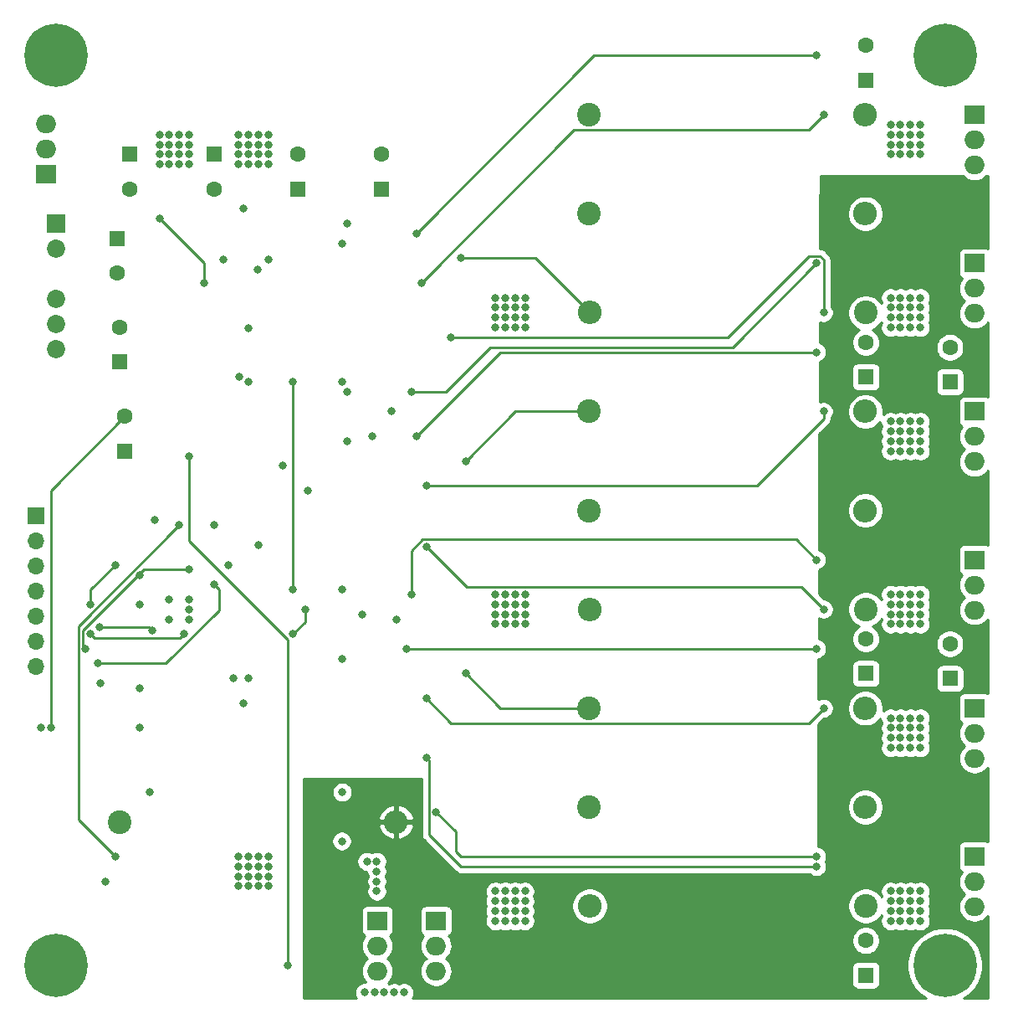
<source format=gbr>
G04 #@! TF.GenerationSoftware,KiCad,Pcbnew,(5.1.6)-1*
G04 #@! TF.CreationDate,2020-07-02T12:50:25+02:00*
G04 #@! TF.ProjectId,LT1166_amp,4c543131-3636-45f6-916d-702e6b696361,rev?*
G04 #@! TF.SameCoordinates,Original*
G04 #@! TF.FileFunction,Copper,L4,Bot*
G04 #@! TF.FilePolarity,Positive*
%FSLAX46Y46*%
G04 Gerber Fmt 4.6, Leading zero omitted, Abs format (unit mm)*
G04 Created by KiCad (PCBNEW (5.1.6)-1) date 2020-07-02 12:50:25*
%MOMM*%
%LPD*%
G01*
G04 APERTURE LIST*
G04 #@! TA.AperFunction,ComponentPad*
%ADD10O,1.700000X1.700000*%
G04 #@! TD*
G04 #@! TA.AperFunction,ComponentPad*
%ADD11R,1.700000X1.700000*%
G04 #@! TD*
G04 #@! TA.AperFunction,ComponentPad*
%ADD12O,2.000000X1.905000*%
G04 #@! TD*
G04 #@! TA.AperFunction,ComponentPad*
%ADD13R,2.000000X1.905000*%
G04 #@! TD*
G04 #@! TA.AperFunction,ComponentPad*
%ADD14C,1.600000*%
G04 #@! TD*
G04 #@! TA.AperFunction,ComponentPad*
%ADD15R,1.600000X1.600000*%
G04 #@! TD*
G04 #@! TA.AperFunction,ComponentPad*
%ADD16C,1.850000*%
G04 #@! TD*
G04 #@! TA.AperFunction,ComponentPad*
%ADD17R,1.850000X1.850000*%
G04 #@! TD*
G04 #@! TA.AperFunction,ComponentPad*
%ADD18O,2.400000X2.400000*%
G04 #@! TD*
G04 #@! TA.AperFunction,ComponentPad*
%ADD19C,2.400000*%
G04 #@! TD*
G04 #@! TA.AperFunction,ComponentPad*
%ADD20C,6.400000*%
G04 #@! TD*
G04 #@! TA.AperFunction,ViaPad*
%ADD21C,0.800000*%
G04 #@! TD*
G04 #@! TA.AperFunction,Conductor*
%ADD22C,0.250000*%
G04 #@! TD*
G04 #@! TA.AperFunction,Conductor*
%ADD23C,0.254000*%
G04 #@! TD*
G04 APERTURE END LIST*
D10*
X103000000Y-115740000D03*
X103000000Y-113200000D03*
X103000000Y-110660000D03*
X103000000Y-108120000D03*
X103000000Y-105580000D03*
X103000000Y-103040000D03*
D11*
X103000000Y-100500000D03*
D12*
X104000000Y-60920000D03*
X104000000Y-63460000D03*
D13*
X104000000Y-66000000D03*
D14*
X111500000Y-81500000D03*
D15*
X111500000Y-85000000D03*
D14*
X111200000Y-76000000D03*
D15*
X111200000Y-72500000D03*
D14*
X112000000Y-90500000D03*
D15*
X112000000Y-94000000D03*
D16*
X105000000Y-83700000D03*
X105000000Y-81160000D03*
X105000000Y-78620000D03*
X105000000Y-73540000D03*
D17*
X105000000Y-71000000D03*
D14*
X129500000Y-64000000D03*
D15*
X129500000Y-67500000D03*
D14*
X138000000Y-64000000D03*
D15*
X138000000Y-67500000D03*
D14*
X121000000Y-67500000D03*
D15*
X121000000Y-64000000D03*
D14*
X112500000Y-67500000D03*
D15*
X112500000Y-64000000D03*
D12*
X137540000Y-146580000D03*
X137540000Y-144040000D03*
D13*
X137540000Y-141500000D03*
D12*
X143500000Y-146580000D03*
X143500000Y-144040000D03*
D13*
X143500000Y-141500000D03*
D12*
X198000000Y-80080000D03*
X198000000Y-77540000D03*
D13*
X198000000Y-75000000D03*
D12*
X198000000Y-65080000D03*
X198000000Y-62540000D03*
D13*
X198000000Y-60000000D03*
D14*
X195500000Y-83500000D03*
D15*
X195500000Y-87000000D03*
D14*
X187000000Y-53000000D03*
D15*
X187000000Y-56500000D03*
D18*
X186940000Y-60000000D03*
D19*
X159000000Y-60000000D03*
D18*
X159060000Y-80000000D03*
D19*
X187000000Y-80000000D03*
D18*
X186940000Y-70000000D03*
D19*
X159000000Y-70000000D03*
D18*
X139440000Y-131500000D03*
D19*
X111500000Y-131500000D03*
D12*
X198000000Y-140080000D03*
X198000000Y-137540000D03*
D13*
X198000000Y-135000000D03*
D12*
X198000000Y-125080000D03*
X198000000Y-122540000D03*
D13*
X198000000Y-120000000D03*
D12*
X198000000Y-110080000D03*
X198000000Y-107540000D03*
D13*
X198000000Y-105000000D03*
D12*
X198000000Y-95080000D03*
X198000000Y-92540000D03*
D13*
X198000000Y-90000000D03*
D14*
X187000000Y-143500000D03*
D15*
X187000000Y-147000000D03*
D14*
X187000000Y-113000000D03*
D15*
X187000000Y-116500000D03*
D14*
X195500000Y-113500000D03*
D15*
X195500000Y-117000000D03*
D14*
X187000000Y-83000000D03*
D15*
X187000000Y-86500000D03*
D20*
X195000000Y-146000000D03*
X105000000Y-146000000D03*
X195000000Y-54000000D03*
X105000000Y-54000000D03*
D18*
X159060000Y-140000000D03*
D19*
X187000000Y-140000000D03*
D18*
X186940000Y-130000000D03*
D19*
X159000000Y-130000000D03*
D18*
X186940000Y-120000000D03*
D19*
X159000000Y-120000000D03*
D18*
X159060000Y-110000000D03*
D19*
X187000000Y-110000000D03*
D18*
X186940000Y-100000000D03*
D19*
X159000000Y-100000000D03*
D18*
X186940000Y-90000000D03*
D19*
X159000000Y-90000000D03*
D21*
X123500000Y-135000000D03*
X134000000Y-73000000D03*
X134000000Y-87000000D03*
X123500000Y-62000000D03*
X124500000Y-62000000D03*
X125500000Y-62000000D03*
X126500000Y-62000000D03*
X123500000Y-63000000D03*
X124500000Y-63000000D03*
X125500000Y-63000000D03*
X126500000Y-63000000D03*
X123500000Y-64000000D03*
X124500000Y-64000000D03*
X125500000Y-64000000D03*
X126500000Y-64000000D03*
X123500000Y-65000000D03*
X124500000Y-65000000D03*
X125500000Y-65000000D03*
X126500000Y-65000000D03*
X124500000Y-135000000D03*
X125500000Y-135000000D03*
X126500000Y-135000000D03*
X123500000Y-136000000D03*
X124500000Y-136000000D03*
X125500000Y-136000000D03*
X126500000Y-136000000D03*
X123500000Y-137000000D03*
X124500000Y-137000000D03*
X123500000Y-138000000D03*
X124500000Y-138000000D03*
X125500000Y-138000000D03*
X134000000Y-108000000D03*
X134500000Y-93000000D03*
X134000000Y-115000000D03*
X134000000Y-128500000D03*
X125500000Y-137000000D03*
X126500000Y-137000000D03*
X126500000Y-138000000D03*
X103500000Y-122000000D03*
X113500000Y-122000000D03*
X118500000Y-111000000D03*
X116500000Y-111000000D03*
X116500000Y-109000000D03*
X118500000Y-109000000D03*
X125500000Y-103500000D03*
X110000000Y-137500000D03*
X126500000Y-74600000D03*
X125450846Y-75649154D03*
X122000000Y-74600000D03*
X137500000Y-138500000D03*
X137500000Y-137500000D03*
X137500000Y-136500000D03*
X137500000Y-135500000D03*
X136500000Y-135500000D03*
X133947313Y-133443127D03*
X114500000Y-128500000D03*
X113500000Y-118000000D03*
X124500000Y-81600000D03*
X124000000Y-69500000D03*
X122500000Y-105500000D03*
X115000000Y-101000000D03*
X109500000Y-117500000D03*
X128000000Y-95500000D03*
X115500000Y-62000000D03*
X189500000Y-91000000D03*
X189500000Y-121000000D03*
X189500000Y-61000000D03*
X190500000Y-61000000D03*
X191500000Y-61000000D03*
X192500000Y-61000000D03*
X189500000Y-62000000D03*
X190500000Y-62000000D03*
X191500000Y-62000000D03*
X192500000Y-62000000D03*
X189500000Y-63000000D03*
X190500000Y-63000000D03*
X191500000Y-63000000D03*
X192500000Y-63000000D03*
X189500000Y-64000000D03*
X190500000Y-64000000D03*
X191500000Y-64000000D03*
X192500000Y-64000000D03*
X190500000Y-91000000D03*
X191500000Y-91000000D03*
X192500000Y-91000000D03*
X189500000Y-92000000D03*
X190500000Y-92000000D03*
X191500000Y-92000000D03*
X192500000Y-92000000D03*
X189500000Y-93000000D03*
X190500000Y-93000000D03*
X191500000Y-93000000D03*
X192500000Y-93000000D03*
X189500000Y-94000000D03*
X190500000Y-94000000D03*
X191500000Y-94000000D03*
X192500000Y-94000000D03*
X190500000Y-121000000D03*
X191500000Y-121000000D03*
X192500000Y-121000000D03*
X189500000Y-122000000D03*
X190500000Y-122000000D03*
X191500000Y-122000000D03*
X192500000Y-122000000D03*
X189500000Y-123000000D03*
X190500000Y-123000000D03*
X191500000Y-123000000D03*
X192500000Y-123000000D03*
X189500000Y-124000000D03*
X190500000Y-124000000D03*
X191500000Y-124000000D03*
X192500000Y-124000000D03*
X116500000Y-62000000D03*
X117500000Y-62000000D03*
X118500000Y-62000000D03*
X115500000Y-63000000D03*
X116500000Y-63000000D03*
X117500000Y-63000000D03*
X118500000Y-63000000D03*
X115500000Y-64000000D03*
X116500000Y-64000000D03*
X117500000Y-64000000D03*
X118500000Y-64000000D03*
X115500000Y-65000000D03*
X116500000Y-65000000D03*
X117500000Y-65000000D03*
X118500000Y-65000000D03*
X182000000Y-54000000D03*
X141500000Y-72000000D03*
X182725000Y-60000000D03*
X142000000Y-77000000D03*
X182000000Y-75000000D03*
X141000000Y-88000000D03*
X149500000Y-108500000D03*
X149500000Y-138500000D03*
X149500000Y-78500000D03*
X189500000Y-108500000D03*
X189500000Y-138500000D03*
X189500000Y-78500000D03*
X190500000Y-78500000D03*
X191500000Y-78500000D03*
X192500000Y-78500000D03*
X189500000Y-79500000D03*
X190500000Y-79500000D03*
X191500000Y-79500000D03*
X192500000Y-79500000D03*
X189500000Y-80500000D03*
X190500000Y-80500000D03*
X191500000Y-80500000D03*
X192500000Y-80500000D03*
X189500000Y-81500000D03*
X190500000Y-81500000D03*
X191500000Y-81500000D03*
X192500000Y-81500000D03*
X190500000Y-108500000D03*
X191500000Y-108500000D03*
X192500000Y-108500000D03*
X189500000Y-109500000D03*
X190500000Y-109500000D03*
X191500000Y-109500000D03*
X192500000Y-109500000D03*
X189500000Y-110500000D03*
X190500000Y-110500000D03*
X191500000Y-110500000D03*
X192500000Y-110500000D03*
X189500000Y-111500000D03*
X190500000Y-111500000D03*
X191500000Y-111500000D03*
X192500000Y-111500000D03*
X190500000Y-138500000D03*
X191500000Y-138500000D03*
X192500000Y-138500000D03*
X189500000Y-139500000D03*
X190500000Y-139500000D03*
X191500000Y-139500000D03*
X192500000Y-139500000D03*
X189500000Y-140500000D03*
X190500000Y-140500000D03*
X191500000Y-140500000D03*
X192500000Y-140500000D03*
X189500000Y-141500000D03*
X190500000Y-141500000D03*
X191500000Y-141500000D03*
X192500000Y-141500000D03*
X150500000Y-78500000D03*
X151500000Y-78500000D03*
X152500000Y-78500000D03*
X149500000Y-79500000D03*
X150500000Y-79500000D03*
X151500000Y-79500000D03*
X152500000Y-79500000D03*
X149500000Y-80500000D03*
X150500000Y-80500000D03*
X151500000Y-80500000D03*
X152500000Y-80500000D03*
X149500000Y-81500000D03*
X150500000Y-81500000D03*
X151500000Y-81500000D03*
X152500000Y-81500000D03*
X150500000Y-108500000D03*
X151500000Y-108500000D03*
X152500000Y-108500000D03*
X149500000Y-109500000D03*
X150500000Y-109500000D03*
X151500000Y-109500000D03*
X152500000Y-109500000D03*
X149500000Y-110500000D03*
X150500000Y-110500000D03*
X151500000Y-110500000D03*
X152500000Y-110500000D03*
X149500000Y-111500000D03*
X150500000Y-111500000D03*
X151500000Y-111500000D03*
X152500000Y-111500000D03*
X150500000Y-138500000D03*
X151500000Y-138500000D03*
X152500000Y-138500000D03*
X149500000Y-139500000D03*
X150500000Y-139500000D03*
X151500000Y-139500000D03*
X152500000Y-139500000D03*
X149500000Y-140500000D03*
X150500000Y-140500000D03*
X151500000Y-140500000D03*
X152500000Y-140500000D03*
X149500000Y-141500000D03*
X150500000Y-141500000D03*
X151500000Y-141500000D03*
X152500000Y-141500000D03*
X146000000Y-74500000D03*
X146500000Y-95000000D03*
X129000000Y-87000000D03*
X129000000Y-108000000D03*
X182000000Y-84000000D03*
X141500000Y-92500000D03*
X182725000Y-90000000D03*
X142500000Y-97500000D03*
X182000000Y-105000000D03*
X141000000Y-108500000D03*
X182000000Y-114000000D03*
X140500000Y-114000000D03*
X182725000Y-120000000D03*
X142500000Y-119000000D03*
X182000000Y-135000000D03*
X143500000Y-130500000D03*
X182725000Y-80000000D03*
X145000000Y-82500000D03*
X182725000Y-110000000D03*
X142500000Y-103675000D03*
X182000000Y-136000000D03*
X142500000Y-125000000D03*
X146500000Y-116500000D03*
X134500000Y-71000000D03*
X137000000Y-92500000D03*
X124500000Y-117000000D03*
X139500000Y-111000000D03*
X139000000Y-90000000D03*
X129000000Y-112500000D03*
X130225000Y-110000000D03*
X123537653Y-86462347D03*
X130500000Y-98000000D03*
X113500010Y-109500000D03*
X123000000Y-117000000D03*
X118500000Y-110000000D03*
X121000000Y-101500000D03*
X124500000Y-87000000D03*
X115500000Y-70500000D03*
X120000000Y-77000000D03*
X104499996Y-122002932D03*
X193000000Y-98500000D03*
X193000000Y-128500000D03*
X193000000Y-68500000D03*
X194000000Y-68500000D03*
X195000000Y-68500000D03*
X196000000Y-68500000D03*
X193000000Y-69500000D03*
X194000000Y-69500000D03*
X195000000Y-69500000D03*
X196000000Y-69500000D03*
X193000000Y-70500000D03*
X194000000Y-70500000D03*
X195000000Y-70500000D03*
X196000000Y-70500000D03*
X193000000Y-71500000D03*
X194000000Y-71500000D03*
X195000000Y-71500000D03*
X196000000Y-71500000D03*
X194000000Y-98500000D03*
X195000000Y-98500000D03*
X196000000Y-98500000D03*
X193000000Y-99500000D03*
X194000000Y-99500000D03*
X195000000Y-99500000D03*
X196000000Y-99500000D03*
X193000000Y-100500000D03*
X194000000Y-100500000D03*
X195000000Y-100500000D03*
X196000000Y-100500000D03*
X193000000Y-101500000D03*
X194000000Y-101500000D03*
X195000000Y-101500000D03*
X196000000Y-101500000D03*
X194000000Y-128500000D03*
X195000000Y-128500000D03*
X196000000Y-128500000D03*
X193000000Y-129500000D03*
X194000000Y-129500000D03*
X195000000Y-129500000D03*
X196000000Y-129500000D03*
X193000000Y-130500000D03*
X194000000Y-130500000D03*
X195000000Y-130500000D03*
X196000000Y-130500000D03*
X193000000Y-131500000D03*
X194000000Y-131500000D03*
X195000000Y-131500000D03*
X196000000Y-131500000D03*
X124000000Y-119500000D03*
X136049990Y-110500000D03*
X134500000Y-88000000D03*
X111000000Y-105500000D03*
X108474695Y-109500000D03*
X136249999Y-148750001D03*
X137249999Y-148750001D03*
X138249999Y-148750001D03*
X139249999Y-148750001D03*
X140249999Y-148750001D03*
X109230000Y-115445000D03*
X121000000Y-107500000D03*
X118000000Y-112500000D03*
X108500000Y-112500000D03*
X109449990Y-111775000D03*
X114767711Y-112134756D03*
X118500000Y-106000000D03*
X108000000Y-114000000D03*
X113512653Y-106512653D03*
X128500000Y-146000000D03*
X118500000Y-94500000D03*
X117500000Y-101500000D03*
X111000000Y-135000000D03*
D22*
X182000000Y-54000000D02*
X159500000Y-54000000D01*
X159500000Y-54000000D02*
X141500000Y-72000000D01*
X157474999Y-61525001D02*
X142000000Y-77000000D01*
X182725000Y-60000000D02*
X181199999Y-61525001D01*
X181199999Y-61525001D02*
X157474999Y-61525001D01*
X149000000Y-83500000D02*
X144500000Y-88000000D01*
X182000000Y-75000000D02*
X173500000Y-83500000D01*
X144500000Y-88000000D02*
X141000000Y-88000000D01*
X173500000Y-83500000D02*
X149000000Y-83500000D01*
X159060000Y-80000000D02*
X153560000Y-74500000D01*
X153560000Y-74500000D02*
X146000000Y-74500000D01*
X159000000Y-90000000D02*
X151500000Y-90000000D01*
X151500000Y-90000000D02*
X146500000Y-95000000D01*
X129000000Y-87000000D02*
X129000000Y-108000000D01*
X182000000Y-84000000D02*
X150000000Y-84000000D01*
X150000000Y-84000000D02*
X141500000Y-92500000D01*
X175975000Y-97500000D02*
X142500000Y-97500000D01*
X182725000Y-90000000D02*
X182725000Y-90750000D01*
X182725000Y-90750000D02*
X175975000Y-97500000D01*
X141000000Y-104101998D02*
X141000000Y-108500000D01*
X142151999Y-102949999D02*
X141000000Y-104101998D01*
X182000000Y-105000000D02*
X179949999Y-102949999D01*
X179949999Y-102949999D02*
X142151999Y-102949999D01*
X182000000Y-114000000D02*
X146500000Y-114000000D01*
X146500000Y-114000000D02*
X140500000Y-114000000D01*
X181199999Y-121525001D02*
X147025001Y-121525001D01*
X182725000Y-120000000D02*
X181199999Y-121525001D01*
X147025001Y-121525001D02*
X145025001Y-121525001D01*
X145025001Y-121525001D02*
X142500000Y-119000000D01*
X182000000Y-135000000D02*
X146000000Y-135000000D01*
X146000000Y-135000000D02*
X145500000Y-134500000D01*
X145500000Y-134500000D02*
X145500000Y-132500000D01*
X145500000Y-132500000D02*
X143500000Y-130500000D01*
X182725000Y-74651998D02*
X182348001Y-74274999D01*
X182725000Y-80000000D02*
X182725000Y-74651998D01*
X181225001Y-74274999D02*
X173000000Y-82500000D01*
X158817002Y-82500000D02*
X145000000Y-82500000D01*
X182348001Y-74274999D02*
X181225001Y-74274999D01*
X173000000Y-82500000D02*
X158817002Y-82500000D01*
X182725000Y-110000000D02*
X180499999Y-107774999D01*
X180499999Y-107774999D02*
X146599999Y-107774999D01*
X146599999Y-107774999D02*
X142500000Y-103675000D01*
X182000000Y-136000000D02*
X146000000Y-136000000D01*
X146000000Y-136000000D02*
X144000000Y-134000000D01*
X142774999Y-125274999D02*
X142500000Y-125000000D01*
X144000000Y-134000000D02*
X142774999Y-132774999D01*
X142774999Y-132774999D02*
X142774999Y-125274999D01*
X159000000Y-120000000D02*
X150000000Y-120000000D01*
X150000000Y-120000000D02*
X146500000Y-116500000D01*
X129000000Y-112500000D02*
X130225000Y-111275000D01*
X130225000Y-111275000D02*
X130225000Y-110000000D01*
X115500000Y-70500000D02*
X120000000Y-75000000D01*
X120000000Y-75000000D02*
X120000000Y-77000000D01*
X104499996Y-98000004D02*
X112000000Y-90500000D01*
X104499996Y-122002932D02*
X104499996Y-98000004D01*
X108474695Y-108025305D02*
X111000000Y-105500000D01*
X108474695Y-109500000D02*
X108474695Y-108025305D01*
X121500000Y-110073002D02*
X116128002Y-115445000D01*
X115945000Y-115445000D02*
X109230000Y-115445000D01*
X116128002Y-115445000D02*
X115945000Y-115445000D01*
X121000000Y-107500000D02*
X121500000Y-108000000D01*
X121500000Y-108000000D02*
X121500000Y-110073002D01*
X117600001Y-112899999D02*
X118000000Y-112500000D01*
X108899999Y-112899999D02*
X117600001Y-112899999D01*
X108500000Y-112500000D02*
X108899999Y-112899999D01*
X109449990Y-111775000D02*
X114407955Y-111775000D01*
X114407955Y-111775000D02*
X114767711Y-112134756D01*
X107774999Y-113774999D02*
X108000000Y-114000000D01*
X107774999Y-112151999D02*
X107774999Y-113774999D01*
X118500000Y-106000000D02*
X113926998Y-106000000D01*
X113926998Y-106000000D02*
X107774999Y-112151999D01*
X118500000Y-103073002D02*
X118500000Y-94500000D01*
X128500000Y-146000000D02*
X128500000Y-113073002D01*
X128500000Y-113073002D02*
X118500000Y-103073002D01*
X107274999Y-131274999D02*
X111000000Y-135000000D01*
X117500000Y-101500000D02*
X107274999Y-111725001D01*
X107274999Y-111725001D02*
X107274999Y-131274999D01*
D23*
G36*
X196824537Y-66207963D02*
G01*
X197066265Y-66406345D01*
X197342051Y-66553755D01*
X197641296Y-66644530D01*
X197874514Y-66667500D01*
X198125486Y-66667500D01*
X198358704Y-66644530D01*
X198657949Y-66553755D01*
X198933735Y-66406345D01*
X199175463Y-66207963D01*
X199241908Y-66127000D01*
X199340000Y-66127000D01*
X199340000Y-73509216D01*
X199244180Y-73457998D01*
X199124482Y-73421688D01*
X199000000Y-73409428D01*
X197000000Y-73409428D01*
X196875518Y-73421688D01*
X196755820Y-73457998D01*
X196645506Y-73516963D01*
X196548815Y-73596315D01*
X196469463Y-73693006D01*
X196410498Y-73803320D01*
X196374188Y-73923018D01*
X196361928Y-74047500D01*
X196361928Y-75952500D01*
X196374188Y-76076982D01*
X196410498Y-76196680D01*
X196469463Y-76306994D01*
X196548815Y-76403685D01*
X196645506Y-76483037D01*
X196729446Y-76527905D01*
X196626155Y-76653765D01*
X196478745Y-76929551D01*
X196387970Y-77228796D01*
X196357319Y-77540000D01*
X196387970Y-77851204D01*
X196478745Y-78150449D01*
X196626155Y-78426235D01*
X196824537Y-78667963D01*
X196997609Y-78810000D01*
X196824537Y-78952037D01*
X196626155Y-79193765D01*
X196478745Y-79469551D01*
X196387970Y-79768796D01*
X196357319Y-80080000D01*
X196387970Y-80391204D01*
X196478745Y-80690449D01*
X196626155Y-80966235D01*
X196824537Y-81207963D01*
X197066265Y-81406345D01*
X197342051Y-81553755D01*
X197641296Y-81644530D01*
X197874514Y-81667500D01*
X198125486Y-81667500D01*
X198358704Y-81644530D01*
X198657949Y-81553755D01*
X198933735Y-81406345D01*
X199175463Y-81207963D01*
X199340000Y-81007475D01*
X199340000Y-88509216D01*
X199244180Y-88457998D01*
X199124482Y-88421688D01*
X199000000Y-88409428D01*
X197000000Y-88409428D01*
X196875518Y-88421688D01*
X196755820Y-88457998D01*
X196645506Y-88516963D01*
X196548815Y-88596315D01*
X196469463Y-88693006D01*
X196410498Y-88803320D01*
X196374188Y-88923018D01*
X196361928Y-89047500D01*
X196361928Y-90952500D01*
X196374188Y-91076982D01*
X196410498Y-91196680D01*
X196469463Y-91306994D01*
X196548815Y-91403685D01*
X196645506Y-91483037D01*
X196729446Y-91527905D01*
X196626155Y-91653765D01*
X196478745Y-91929551D01*
X196387970Y-92228796D01*
X196357319Y-92540000D01*
X196387970Y-92851204D01*
X196478745Y-93150449D01*
X196626155Y-93426235D01*
X196824537Y-93667963D01*
X196997609Y-93810000D01*
X196824537Y-93952037D01*
X196626155Y-94193765D01*
X196478745Y-94469551D01*
X196387970Y-94768796D01*
X196357319Y-95080000D01*
X196387970Y-95391204D01*
X196478745Y-95690449D01*
X196626155Y-95966235D01*
X196824537Y-96207963D01*
X197066265Y-96406345D01*
X197342051Y-96553755D01*
X197641296Y-96644530D01*
X197874514Y-96667500D01*
X198125486Y-96667500D01*
X198358704Y-96644530D01*
X198657949Y-96553755D01*
X198933735Y-96406345D01*
X199175463Y-96207963D01*
X199340000Y-96007474D01*
X199340001Y-103509216D01*
X199244180Y-103457998D01*
X199124482Y-103421688D01*
X199000000Y-103409428D01*
X197000000Y-103409428D01*
X196875518Y-103421688D01*
X196755820Y-103457998D01*
X196645506Y-103516963D01*
X196548815Y-103596315D01*
X196469463Y-103693006D01*
X196410498Y-103803320D01*
X196374188Y-103923018D01*
X196361928Y-104047500D01*
X196361928Y-105952500D01*
X196374188Y-106076982D01*
X196410498Y-106196680D01*
X196469463Y-106306994D01*
X196548815Y-106403685D01*
X196645506Y-106483037D01*
X196729446Y-106527905D01*
X196626155Y-106653765D01*
X196478745Y-106929551D01*
X196387970Y-107228796D01*
X196357319Y-107540000D01*
X196387970Y-107851204D01*
X196478745Y-108150449D01*
X196626155Y-108426235D01*
X196824537Y-108667963D01*
X196997609Y-108810000D01*
X196824537Y-108952037D01*
X196626155Y-109193765D01*
X196478745Y-109469551D01*
X196387970Y-109768796D01*
X196357319Y-110080000D01*
X196387970Y-110391204D01*
X196478745Y-110690449D01*
X196626155Y-110966235D01*
X196824537Y-111207963D01*
X197066265Y-111406345D01*
X197342051Y-111553755D01*
X197641296Y-111644530D01*
X197874514Y-111667500D01*
X198125486Y-111667500D01*
X198358704Y-111644530D01*
X198657949Y-111553755D01*
X198933735Y-111406345D01*
X199175463Y-111207963D01*
X199340001Y-111007474D01*
X199340001Y-118509216D01*
X199244180Y-118457998D01*
X199124482Y-118421688D01*
X199000000Y-118409428D01*
X197000000Y-118409428D01*
X196875518Y-118421688D01*
X196755820Y-118457998D01*
X196645506Y-118516963D01*
X196548815Y-118596315D01*
X196469463Y-118693006D01*
X196410498Y-118803320D01*
X196374188Y-118923018D01*
X196361928Y-119047500D01*
X196361928Y-120952500D01*
X196374188Y-121076982D01*
X196410498Y-121196680D01*
X196469463Y-121306994D01*
X196548815Y-121403685D01*
X196645506Y-121483037D01*
X196729446Y-121527905D01*
X196626155Y-121653765D01*
X196478745Y-121929551D01*
X196387970Y-122228796D01*
X196357319Y-122540000D01*
X196387970Y-122851204D01*
X196478745Y-123150449D01*
X196626155Y-123426235D01*
X196824537Y-123667963D01*
X196997609Y-123810000D01*
X196824537Y-123952037D01*
X196626155Y-124193765D01*
X196478745Y-124469551D01*
X196387970Y-124768796D01*
X196357319Y-125080000D01*
X196387970Y-125391204D01*
X196478745Y-125690449D01*
X196626155Y-125966235D01*
X196824537Y-126207963D01*
X197066265Y-126406345D01*
X197342051Y-126553755D01*
X197641296Y-126644530D01*
X197874514Y-126667500D01*
X198125486Y-126667500D01*
X198358704Y-126644530D01*
X198657949Y-126553755D01*
X198933735Y-126406345D01*
X199175463Y-126207963D01*
X199340001Y-126007474D01*
X199340001Y-133509216D01*
X199244180Y-133457998D01*
X199124482Y-133421688D01*
X199000000Y-133409428D01*
X197000000Y-133409428D01*
X196875518Y-133421688D01*
X196755820Y-133457998D01*
X196645506Y-133516963D01*
X196548815Y-133596315D01*
X196469463Y-133693006D01*
X196410498Y-133803320D01*
X196374188Y-133923018D01*
X196361928Y-134047500D01*
X196361928Y-135952500D01*
X196374188Y-136076982D01*
X196410498Y-136196680D01*
X196469463Y-136306994D01*
X196548815Y-136403685D01*
X196645506Y-136483037D01*
X196729446Y-136527905D01*
X196626155Y-136653765D01*
X196478745Y-136929551D01*
X196387970Y-137228796D01*
X196357319Y-137540000D01*
X196387970Y-137851204D01*
X196478745Y-138150449D01*
X196626155Y-138426235D01*
X196824537Y-138667963D01*
X196997609Y-138810000D01*
X196824537Y-138952037D01*
X196626155Y-139193765D01*
X196478745Y-139469551D01*
X196387970Y-139768796D01*
X196357319Y-140080000D01*
X196387970Y-140391204D01*
X196478745Y-140690449D01*
X196626155Y-140966235D01*
X196824537Y-141207963D01*
X197066265Y-141406345D01*
X197342051Y-141553755D01*
X197641296Y-141644530D01*
X197874514Y-141667500D01*
X198125486Y-141667500D01*
X198358704Y-141644530D01*
X198657949Y-141553755D01*
X198933735Y-141406345D01*
X199175463Y-141207963D01*
X199340001Y-141007474D01*
X199340001Y-149340000D01*
X196904155Y-149340000D01*
X197444670Y-148978839D01*
X197978839Y-148444670D01*
X198398533Y-147816554D01*
X198687623Y-147118628D01*
X198835000Y-146377715D01*
X198835000Y-145622285D01*
X198687623Y-144881372D01*
X198398533Y-144183446D01*
X197978839Y-143555330D01*
X197444670Y-143021161D01*
X196816554Y-142601467D01*
X196118628Y-142312377D01*
X195377715Y-142165000D01*
X194622285Y-142165000D01*
X193881372Y-142312377D01*
X193183446Y-142601467D01*
X192555330Y-143021161D01*
X192021161Y-143555330D01*
X191601467Y-144183446D01*
X191312377Y-144881372D01*
X191165000Y-145622285D01*
X191165000Y-146377715D01*
X191312377Y-147118628D01*
X191601467Y-147816554D01*
X192021161Y-148444670D01*
X192555330Y-148978839D01*
X193095845Y-149340000D01*
X141100558Y-149340000D01*
X141167204Y-149240257D01*
X141245225Y-149051899D01*
X141284999Y-148851940D01*
X141284999Y-148648062D01*
X141245225Y-148448103D01*
X141167204Y-148259745D01*
X141053936Y-148090227D01*
X140909773Y-147946064D01*
X140740255Y-147832796D01*
X140551897Y-147754775D01*
X140351938Y-147715001D01*
X140148060Y-147715001D01*
X139948101Y-147754775D01*
X139759743Y-147832796D01*
X139749999Y-147839307D01*
X139740255Y-147832796D01*
X139551897Y-147754775D01*
X139351938Y-147715001D01*
X139148060Y-147715001D01*
X138948101Y-147754775D01*
X138759743Y-147832796D01*
X138749999Y-147839307D01*
X138740255Y-147832796D01*
X138622691Y-147784099D01*
X138715463Y-147707963D01*
X138913845Y-147466235D01*
X139061255Y-147190449D01*
X139152030Y-146891204D01*
X139182681Y-146580000D01*
X139152030Y-146268796D01*
X139061255Y-145969551D01*
X138913845Y-145693765D01*
X138715463Y-145452037D01*
X138542391Y-145310000D01*
X138715463Y-145167963D01*
X138913845Y-144926235D01*
X139061255Y-144650449D01*
X139152030Y-144351204D01*
X139182681Y-144040000D01*
X141857319Y-144040000D01*
X141887970Y-144351204D01*
X141978745Y-144650449D01*
X142126155Y-144926235D01*
X142324537Y-145167963D01*
X142497609Y-145310000D01*
X142324537Y-145452037D01*
X142126155Y-145693765D01*
X141978745Y-145969551D01*
X141887970Y-146268796D01*
X141857319Y-146580000D01*
X141887970Y-146891204D01*
X141978745Y-147190449D01*
X142126155Y-147466235D01*
X142324537Y-147707963D01*
X142566265Y-147906345D01*
X142842051Y-148053755D01*
X143141296Y-148144530D01*
X143374514Y-148167500D01*
X143625486Y-148167500D01*
X143858704Y-148144530D01*
X144157949Y-148053755D01*
X144433735Y-147906345D01*
X144675463Y-147707963D01*
X144873845Y-147466235D01*
X145021255Y-147190449D01*
X145112030Y-146891204D01*
X145142681Y-146580000D01*
X145112030Y-146268796D01*
X145091161Y-146200000D01*
X185561928Y-146200000D01*
X185561928Y-147800000D01*
X185574188Y-147924482D01*
X185610498Y-148044180D01*
X185669463Y-148154494D01*
X185748815Y-148251185D01*
X185845506Y-148330537D01*
X185955820Y-148389502D01*
X186075518Y-148425812D01*
X186200000Y-148438072D01*
X187800000Y-148438072D01*
X187924482Y-148425812D01*
X188044180Y-148389502D01*
X188154494Y-148330537D01*
X188251185Y-148251185D01*
X188330537Y-148154494D01*
X188389502Y-148044180D01*
X188425812Y-147924482D01*
X188438072Y-147800000D01*
X188438072Y-146200000D01*
X188425812Y-146075518D01*
X188389502Y-145955820D01*
X188330537Y-145845506D01*
X188251185Y-145748815D01*
X188154494Y-145669463D01*
X188044180Y-145610498D01*
X187924482Y-145574188D01*
X187800000Y-145561928D01*
X186200000Y-145561928D01*
X186075518Y-145574188D01*
X185955820Y-145610498D01*
X185845506Y-145669463D01*
X185748815Y-145748815D01*
X185669463Y-145845506D01*
X185610498Y-145955820D01*
X185574188Y-146075518D01*
X185561928Y-146200000D01*
X145091161Y-146200000D01*
X145021255Y-145969551D01*
X144873845Y-145693765D01*
X144675463Y-145452037D01*
X144502391Y-145310000D01*
X144675463Y-145167963D01*
X144873845Y-144926235D01*
X145021255Y-144650449D01*
X145112030Y-144351204D01*
X145142681Y-144040000D01*
X145112030Y-143728796D01*
X145021255Y-143429551D01*
X144983366Y-143358665D01*
X185565000Y-143358665D01*
X185565000Y-143641335D01*
X185620147Y-143918574D01*
X185728320Y-144179727D01*
X185885363Y-144414759D01*
X186085241Y-144614637D01*
X186320273Y-144771680D01*
X186581426Y-144879853D01*
X186858665Y-144935000D01*
X187141335Y-144935000D01*
X187418574Y-144879853D01*
X187679727Y-144771680D01*
X187914759Y-144614637D01*
X188114637Y-144414759D01*
X188271680Y-144179727D01*
X188379853Y-143918574D01*
X188435000Y-143641335D01*
X188435000Y-143358665D01*
X188379853Y-143081426D01*
X188271680Y-142820273D01*
X188114637Y-142585241D01*
X187914759Y-142385363D01*
X187679727Y-142228320D01*
X187418574Y-142120147D01*
X187141335Y-142065000D01*
X186858665Y-142065000D01*
X186581426Y-142120147D01*
X186320273Y-142228320D01*
X186085241Y-142385363D01*
X185885363Y-142585241D01*
X185728320Y-142820273D01*
X185620147Y-143081426D01*
X185565000Y-143358665D01*
X144983366Y-143358665D01*
X144873845Y-143153765D01*
X144770554Y-143027905D01*
X144854494Y-142983037D01*
X144951185Y-142903685D01*
X145030537Y-142806994D01*
X145089502Y-142696680D01*
X145125812Y-142576982D01*
X145138072Y-142452500D01*
X145138072Y-140547500D01*
X145125812Y-140423018D01*
X145089502Y-140303320D01*
X145030537Y-140193006D01*
X144951185Y-140096315D01*
X144854494Y-140016963D01*
X144744180Y-139957998D01*
X144624482Y-139921688D01*
X144500000Y-139909428D01*
X142500000Y-139909428D01*
X142375518Y-139921688D01*
X142255820Y-139957998D01*
X142145506Y-140016963D01*
X142048815Y-140096315D01*
X141969463Y-140193006D01*
X141910498Y-140303320D01*
X141874188Y-140423018D01*
X141861928Y-140547500D01*
X141861928Y-142452500D01*
X141874188Y-142576982D01*
X141910498Y-142696680D01*
X141969463Y-142806994D01*
X142048815Y-142903685D01*
X142145506Y-142983037D01*
X142229446Y-143027905D01*
X142126155Y-143153765D01*
X141978745Y-143429551D01*
X141887970Y-143728796D01*
X141857319Y-144040000D01*
X139182681Y-144040000D01*
X139152030Y-143728796D01*
X139061255Y-143429551D01*
X138913845Y-143153765D01*
X138810554Y-143027905D01*
X138894494Y-142983037D01*
X138991185Y-142903685D01*
X139070537Y-142806994D01*
X139129502Y-142696680D01*
X139165812Y-142576982D01*
X139178072Y-142452500D01*
X139178072Y-140547500D01*
X139165812Y-140423018D01*
X139129502Y-140303320D01*
X139070537Y-140193006D01*
X138991185Y-140096315D01*
X138894494Y-140016963D01*
X138784180Y-139957998D01*
X138664482Y-139921688D01*
X138540000Y-139909428D01*
X136540000Y-139909428D01*
X136415518Y-139921688D01*
X136295820Y-139957998D01*
X136185506Y-140016963D01*
X136088815Y-140096315D01*
X136009463Y-140193006D01*
X135950498Y-140303320D01*
X135914188Y-140423018D01*
X135901928Y-140547500D01*
X135901928Y-142452500D01*
X135914188Y-142576982D01*
X135950498Y-142696680D01*
X136009463Y-142806994D01*
X136088815Y-142903685D01*
X136185506Y-142983037D01*
X136269446Y-143027905D01*
X136166155Y-143153765D01*
X136018745Y-143429551D01*
X135927970Y-143728796D01*
X135897319Y-144040000D01*
X135927970Y-144351204D01*
X136018745Y-144650449D01*
X136166155Y-144926235D01*
X136364537Y-145167963D01*
X136537609Y-145310000D01*
X136364537Y-145452037D01*
X136166155Y-145693765D01*
X136018745Y-145969551D01*
X135927970Y-146268796D01*
X135897319Y-146580000D01*
X135927970Y-146891204D01*
X136018745Y-147190449D01*
X136166155Y-147466235D01*
X136364537Y-147707963D01*
X136379887Y-147720560D01*
X136351938Y-147715001D01*
X136148060Y-147715001D01*
X135948101Y-147754775D01*
X135759743Y-147832796D01*
X135590225Y-147946064D01*
X135446062Y-148090227D01*
X135332794Y-148259745D01*
X135254773Y-148448103D01*
X135214999Y-148648062D01*
X135214999Y-148851940D01*
X135254773Y-149051899D01*
X135332794Y-149240257D01*
X135399440Y-149340000D01*
X130127000Y-149340000D01*
X130127000Y-135398061D01*
X135465000Y-135398061D01*
X135465000Y-135601939D01*
X135504774Y-135801898D01*
X135582795Y-135990256D01*
X135696063Y-136159774D01*
X135840226Y-136303937D01*
X136009744Y-136417205D01*
X136198102Y-136495226D01*
X136398061Y-136535000D01*
X136465000Y-136535000D01*
X136465000Y-136601939D01*
X136504774Y-136801898D01*
X136582795Y-136990256D01*
X136589306Y-137000000D01*
X136582795Y-137009744D01*
X136504774Y-137198102D01*
X136465000Y-137398061D01*
X136465000Y-137601939D01*
X136504774Y-137801898D01*
X136582795Y-137990256D01*
X136589306Y-138000000D01*
X136582795Y-138009744D01*
X136504774Y-138198102D01*
X136465000Y-138398061D01*
X136465000Y-138601939D01*
X136504774Y-138801898D01*
X136582795Y-138990256D01*
X136696063Y-139159774D01*
X136840226Y-139303937D01*
X137009744Y-139417205D01*
X137198102Y-139495226D01*
X137398061Y-139535000D01*
X137601939Y-139535000D01*
X137801898Y-139495226D01*
X137990256Y-139417205D01*
X138159774Y-139303937D01*
X138303937Y-139159774D01*
X138417205Y-138990256D01*
X138495226Y-138801898D01*
X138535000Y-138601939D01*
X138535000Y-138398061D01*
X148465000Y-138398061D01*
X148465000Y-138601939D01*
X148504774Y-138801898D01*
X148582795Y-138990256D01*
X148589306Y-139000000D01*
X148582795Y-139009744D01*
X148504774Y-139198102D01*
X148465000Y-139398061D01*
X148465000Y-139601939D01*
X148504774Y-139801898D01*
X148582795Y-139990256D01*
X148589306Y-140000000D01*
X148582795Y-140009744D01*
X148504774Y-140198102D01*
X148465000Y-140398061D01*
X148465000Y-140601939D01*
X148504774Y-140801898D01*
X148582795Y-140990256D01*
X148589306Y-141000000D01*
X148582795Y-141009744D01*
X148504774Y-141198102D01*
X148465000Y-141398061D01*
X148465000Y-141601939D01*
X148504774Y-141801898D01*
X148582795Y-141990256D01*
X148696063Y-142159774D01*
X148840226Y-142303937D01*
X149009744Y-142417205D01*
X149198102Y-142495226D01*
X149398061Y-142535000D01*
X149601939Y-142535000D01*
X149801898Y-142495226D01*
X149990256Y-142417205D01*
X150000000Y-142410694D01*
X150009744Y-142417205D01*
X150198102Y-142495226D01*
X150398061Y-142535000D01*
X150601939Y-142535000D01*
X150801898Y-142495226D01*
X150990256Y-142417205D01*
X151000000Y-142410694D01*
X151009744Y-142417205D01*
X151198102Y-142495226D01*
X151398061Y-142535000D01*
X151601939Y-142535000D01*
X151801898Y-142495226D01*
X151990256Y-142417205D01*
X152000000Y-142410694D01*
X152009744Y-142417205D01*
X152198102Y-142495226D01*
X152398061Y-142535000D01*
X152601939Y-142535000D01*
X152801898Y-142495226D01*
X152990256Y-142417205D01*
X153159774Y-142303937D01*
X153303937Y-142159774D01*
X153417205Y-141990256D01*
X153495226Y-141801898D01*
X153535000Y-141601939D01*
X153535000Y-141398061D01*
X153495226Y-141198102D01*
X153417205Y-141009744D01*
X153410694Y-141000000D01*
X153417205Y-140990256D01*
X153495226Y-140801898D01*
X153535000Y-140601939D01*
X153535000Y-140398061D01*
X153495226Y-140198102D01*
X153417205Y-140009744D01*
X153410694Y-140000000D01*
X153417205Y-139990256D01*
X153488031Y-139819268D01*
X157225000Y-139819268D01*
X157225000Y-140180732D01*
X157295518Y-140535250D01*
X157433844Y-140869199D01*
X157634662Y-141169744D01*
X157890256Y-141425338D01*
X158190801Y-141626156D01*
X158524750Y-141764482D01*
X158879268Y-141835000D01*
X159240732Y-141835000D01*
X159595250Y-141764482D01*
X159929199Y-141626156D01*
X160229744Y-141425338D01*
X160485338Y-141169744D01*
X160686156Y-140869199D01*
X160824482Y-140535250D01*
X160895000Y-140180732D01*
X160895000Y-139819268D01*
X185165000Y-139819268D01*
X185165000Y-140180732D01*
X185235518Y-140535250D01*
X185373844Y-140869199D01*
X185574662Y-141169744D01*
X185830256Y-141425338D01*
X186130801Y-141626156D01*
X186464750Y-141764482D01*
X186819268Y-141835000D01*
X187180732Y-141835000D01*
X187535250Y-141764482D01*
X187869199Y-141626156D01*
X188169744Y-141425338D01*
X188425338Y-141169744D01*
X188568434Y-140955586D01*
X188582795Y-140990256D01*
X188589306Y-141000000D01*
X188582795Y-141009744D01*
X188504774Y-141198102D01*
X188465000Y-141398061D01*
X188465000Y-141601939D01*
X188504774Y-141801898D01*
X188582795Y-141990256D01*
X188696063Y-142159774D01*
X188840226Y-142303937D01*
X189009744Y-142417205D01*
X189198102Y-142495226D01*
X189398061Y-142535000D01*
X189601939Y-142535000D01*
X189801898Y-142495226D01*
X189990256Y-142417205D01*
X190000000Y-142410694D01*
X190009744Y-142417205D01*
X190198102Y-142495226D01*
X190398061Y-142535000D01*
X190601939Y-142535000D01*
X190801898Y-142495226D01*
X190990256Y-142417205D01*
X191000000Y-142410694D01*
X191009744Y-142417205D01*
X191198102Y-142495226D01*
X191398061Y-142535000D01*
X191601939Y-142535000D01*
X191801898Y-142495226D01*
X191990256Y-142417205D01*
X192000000Y-142410694D01*
X192009744Y-142417205D01*
X192198102Y-142495226D01*
X192398061Y-142535000D01*
X192601939Y-142535000D01*
X192801898Y-142495226D01*
X192990256Y-142417205D01*
X193159774Y-142303937D01*
X193303937Y-142159774D01*
X193417205Y-141990256D01*
X193495226Y-141801898D01*
X193535000Y-141601939D01*
X193535000Y-141398061D01*
X193495226Y-141198102D01*
X193417205Y-141009744D01*
X193410694Y-141000000D01*
X193417205Y-140990256D01*
X193495226Y-140801898D01*
X193535000Y-140601939D01*
X193535000Y-140398061D01*
X193495226Y-140198102D01*
X193417205Y-140009744D01*
X193410694Y-140000000D01*
X193417205Y-139990256D01*
X193495226Y-139801898D01*
X193535000Y-139601939D01*
X193535000Y-139398061D01*
X193495226Y-139198102D01*
X193417205Y-139009744D01*
X193410694Y-139000000D01*
X193417205Y-138990256D01*
X193495226Y-138801898D01*
X193535000Y-138601939D01*
X193535000Y-138398061D01*
X193495226Y-138198102D01*
X193417205Y-138009744D01*
X193303937Y-137840226D01*
X193159774Y-137696063D01*
X192990256Y-137582795D01*
X192801898Y-137504774D01*
X192601939Y-137465000D01*
X192398061Y-137465000D01*
X192198102Y-137504774D01*
X192009744Y-137582795D01*
X192000000Y-137589306D01*
X191990256Y-137582795D01*
X191801898Y-137504774D01*
X191601939Y-137465000D01*
X191398061Y-137465000D01*
X191198102Y-137504774D01*
X191009744Y-137582795D01*
X191000000Y-137589306D01*
X190990256Y-137582795D01*
X190801898Y-137504774D01*
X190601939Y-137465000D01*
X190398061Y-137465000D01*
X190198102Y-137504774D01*
X190009744Y-137582795D01*
X190000000Y-137589306D01*
X189990256Y-137582795D01*
X189801898Y-137504774D01*
X189601939Y-137465000D01*
X189398061Y-137465000D01*
X189198102Y-137504774D01*
X189009744Y-137582795D01*
X188840226Y-137696063D01*
X188696063Y-137840226D01*
X188582795Y-138009744D01*
X188504774Y-138198102D01*
X188465000Y-138398061D01*
X188465000Y-138601939D01*
X188504774Y-138801898D01*
X188582795Y-138990256D01*
X188589306Y-139000000D01*
X188582795Y-139009744D01*
X188568434Y-139044414D01*
X188425338Y-138830256D01*
X188169744Y-138574662D01*
X187869199Y-138373844D01*
X187535250Y-138235518D01*
X187180732Y-138165000D01*
X186819268Y-138165000D01*
X186464750Y-138235518D01*
X186130801Y-138373844D01*
X185830256Y-138574662D01*
X185574662Y-138830256D01*
X185373844Y-139130801D01*
X185235518Y-139464750D01*
X185165000Y-139819268D01*
X160895000Y-139819268D01*
X160824482Y-139464750D01*
X160686156Y-139130801D01*
X160485338Y-138830256D01*
X160229744Y-138574662D01*
X159929199Y-138373844D01*
X159595250Y-138235518D01*
X159240732Y-138165000D01*
X158879268Y-138165000D01*
X158524750Y-138235518D01*
X158190801Y-138373844D01*
X157890256Y-138574662D01*
X157634662Y-138830256D01*
X157433844Y-139130801D01*
X157295518Y-139464750D01*
X157225000Y-139819268D01*
X153488031Y-139819268D01*
X153495226Y-139801898D01*
X153535000Y-139601939D01*
X153535000Y-139398061D01*
X153495226Y-139198102D01*
X153417205Y-139009744D01*
X153410694Y-139000000D01*
X153417205Y-138990256D01*
X153495226Y-138801898D01*
X153535000Y-138601939D01*
X153535000Y-138398061D01*
X153495226Y-138198102D01*
X153417205Y-138009744D01*
X153303937Y-137840226D01*
X153159774Y-137696063D01*
X152990256Y-137582795D01*
X152801898Y-137504774D01*
X152601939Y-137465000D01*
X152398061Y-137465000D01*
X152198102Y-137504774D01*
X152009744Y-137582795D01*
X152000000Y-137589306D01*
X151990256Y-137582795D01*
X151801898Y-137504774D01*
X151601939Y-137465000D01*
X151398061Y-137465000D01*
X151198102Y-137504774D01*
X151009744Y-137582795D01*
X151000000Y-137589306D01*
X150990256Y-137582795D01*
X150801898Y-137504774D01*
X150601939Y-137465000D01*
X150398061Y-137465000D01*
X150198102Y-137504774D01*
X150009744Y-137582795D01*
X150000000Y-137589306D01*
X149990256Y-137582795D01*
X149801898Y-137504774D01*
X149601939Y-137465000D01*
X149398061Y-137465000D01*
X149198102Y-137504774D01*
X149009744Y-137582795D01*
X148840226Y-137696063D01*
X148696063Y-137840226D01*
X148582795Y-138009744D01*
X148504774Y-138198102D01*
X148465000Y-138398061D01*
X138535000Y-138398061D01*
X138495226Y-138198102D01*
X138417205Y-138009744D01*
X138410694Y-138000000D01*
X138417205Y-137990256D01*
X138495226Y-137801898D01*
X138535000Y-137601939D01*
X138535000Y-137398061D01*
X138495226Y-137198102D01*
X138417205Y-137009744D01*
X138410694Y-137000000D01*
X138417205Y-136990256D01*
X138495226Y-136801898D01*
X138535000Y-136601939D01*
X138535000Y-136398061D01*
X138495226Y-136198102D01*
X138417205Y-136009744D01*
X138410694Y-136000000D01*
X138417205Y-135990256D01*
X138495226Y-135801898D01*
X138535000Y-135601939D01*
X138535000Y-135398061D01*
X138495226Y-135198102D01*
X138417205Y-135009744D01*
X138303937Y-134840226D01*
X138159774Y-134696063D01*
X137990256Y-134582795D01*
X137801898Y-134504774D01*
X137601939Y-134465000D01*
X137398061Y-134465000D01*
X137198102Y-134504774D01*
X137009744Y-134582795D01*
X137000000Y-134589306D01*
X136990256Y-134582795D01*
X136801898Y-134504774D01*
X136601939Y-134465000D01*
X136398061Y-134465000D01*
X136198102Y-134504774D01*
X136009744Y-134582795D01*
X135840226Y-134696063D01*
X135696063Y-134840226D01*
X135582795Y-135009744D01*
X135504774Y-135198102D01*
X135465000Y-135398061D01*
X130127000Y-135398061D01*
X130127000Y-133341188D01*
X132912313Y-133341188D01*
X132912313Y-133545066D01*
X132952087Y-133745025D01*
X133030108Y-133933383D01*
X133143376Y-134102901D01*
X133287539Y-134247064D01*
X133457057Y-134360332D01*
X133645415Y-134438353D01*
X133845374Y-134478127D01*
X134049252Y-134478127D01*
X134249211Y-134438353D01*
X134437569Y-134360332D01*
X134607087Y-134247064D01*
X134751250Y-134102901D01*
X134864518Y-133933383D01*
X134942539Y-133745025D01*
X134982313Y-133545066D01*
X134982313Y-133341188D01*
X134942539Y-133141229D01*
X134864518Y-132952871D01*
X134751250Y-132783353D01*
X134607087Y-132639190D01*
X134437569Y-132525922D01*
X134249211Y-132447901D01*
X134049252Y-132408127D01*
X133845374Y-132408127D01*
X133645415Y-132447901D01*
X133457057Y-132525922D01*
X133287539Y-132639190D01*
X133143376Y-132783353D01*
X133030108Y-132952871D01*
X132952087Y-133141229D01*
X132912313Y-133341188D01*
X130127000Y-133341188D01*
X130127000Y-131911805D01*
X137651805Y-131911805D01*
X137724379Y-132151066D01*
X137884361Y-132473257D01*
X138104125Y-132758046D01*
X138375226Y-132994489D01*
X138687246Y-133173500D01*
X139028194Y-133288199D01*
X139313000Y-133171854D01*
X139313000Y-131627000D01*
X139567000Y-131627000D01*
X139567000Y-133171854D01*
X139851806Y-133288199D01*
X140192754Y-133173500D01*
X140504774Y-132994489D01*
X140775875Y-132758046D01*
X140995639Y-132473257D01*
X141155621Y-132151066D01*
X141228195Y-131911805D01*
X141111432Y-131627000D01*
X139567000Y-131627000D01*
X139313000Y-131627000D01*
X137768568Y-131627000D01*
X137651805Y-131911805D01*
X130127000Y-131911805D01*
X130127000Y-131088195D01*
X137651805Y-131088195D01*
X137768568Y-131373000D01*
X139313000Y-131373000D01*
X139313000Y-129828146D01*
X139567000Y-129828146D01*
X139567000Y-131373000D01*
X141111432Y-131373000D01*
X141228195Y-131088195D01*
X141155621Y-130848934D01*
X140995639Y-130526743D01*
X140775875Y-130241954D01*
X140504774Y-130005511D01*
X140192754Y-129826500D01*
X139851806Y-129711801D01*
X139567000Y-129828146D01*
X139313000Y-129828146D01*
X139028194Y-129711801D01*
X138687246Y-129826500D01*
X138375226Y-130005511D01*
X138104125Y-130241954D01*
X137884361Y-130526743D01*
X137724379Y-130848934D01*
X137651805Y-131088195D01*
X130127000Y-131088195D01*
X130127000Y-128398061D01*
X132965000Y-128398061D01*
X132965000Y-128601939D01*
X133004774Y-128801898D01*
X133082795Y-128990256D01*
X133196063Y-129159774D01*
X133340226Y-129303937D01*
X133509744Y-129417205D01*
X133698102Y-129495226D01*
X133898061Y-129535000D01*
X134101939Y-129535000D01*
X134301898Y-129495226D01*
X134490256Y-129417205D01*
X134659774Y-129303937D01*
X134803937Y-129159774D01*
X134917205Y-128990256D01*
X134995226Y-128801898D01*
X135035000Y-128601939D01*
X135035000Y-128398061D01*
X134995226Y-128198102D01*
X134917205Y-128009744D01*
X134803937Y-127840226D01*
X134659774Y-127696063D01*
X134490256Y-127582795D01*
X134301898Y-127504774D01*
X134101939Y-127465000D01*
X133898061Y-127465000D01*
X133698102Y-127504774D01*
X133509744Y-127582795D01*
X133340226Y-127696063D01*
X133196063Y-127840226D01*
X133082795Y-128009744D01*
X133004774Y-128198102D01*
X132965000Y-128398061D01*
X130127000Y-128398061D01*
X130127000Y-127127000D01*
X142015000Y-127127000D01*
X142014999Y-132737677D01*
X142011323Y-132774999D01*
X142014999Y-132812321D01*
X142014999Y-132812331D01*
X142025996Y-132923984D01*
X142061189Y-133040001D01*
X142069453Y-133067245D01*
X142140025Y-133199275D01*
X142145172Y-133205546D01*
X142234998Y-133315000D01*
X142264002Y-133338803D01*
X143488997Y-134563799D01*
X143489002Y-134563803D01*
X145436201Y-136511003D01*
X145459999Y-136540001D01*
X145488997Y-136563799D01*
X145575723Y-136634974D01*
X145690012Y-136696063D01*
X145707753Y-136705546D01*
X145851014Y-136749003D01*
X145962667Y-136760000D01*
X145962676Y-136760000D01*
X145999999Y-136763676D01*
X146037322Y-136760000D01*
X181296289Y-136760000D01*
X181340226Y-136803937D01*
X181509744Y-136917205D01*
X181698102Y-136995226D01*
X181898061Y-137035000D01*
X182101939Y-137035000D01*
X182301898Y-136995226D01*
X182490256Y-136917205D01*
X182659774Y-136803937D01*
X182803937Y-136659774D01*
X182917205Y-136490256D01*
X182995226Y-136301898D01*
X183035000Y-136101939D01*
X183035000Y-135898061D01*
X182995226Y-135698102D01*
X182917205Y-135509744D01*
X182910694Y-135500000D01*
X182917205Y-135490256D01*
X182995226Y-135301898D01*
X183035000Y-135101939D01*
X183035000Y-134898061D01*
X182995226Y-134698102D01*
X182917205Y-134509744D01*
X182803937Y-134340226D01*
X182659774Y-134196063D01*
X182490256Y-134082795D01*
X182301898Y-134004774D01*
X182128934Y-133970370D01*
X182144083Y-129819268D01*
X185105000Y-129819268D01*
X185105000Y-130180732D01*
X185175518Y-130535250D01*
X185313844Y-130869199D01*
X185514662Y-131169744D01*
X185770256Y-131425338D01*
X186070801Y-131626156D01*
X186404750Y-131764482D01*
X186759268Y-131835000D01*
X187120732Y-131835000D01*
X187475250Y-131764482D01*
X187809199Y-131626156D01*
X188109744Y-131425338D01*
X188365338Y-131169744D01*
X188566156Y-130869199D01*
X188704482Y-130535250D01*
X188775000Y-130180732D01*
X188775000Y-129819268D01*
X188704482Y-129464750D01*
X188566156Y-129130801D01*
X188365338Y-128830256D01*
X188109744Y-128574662D01*
X187809199Y-128373844D01*
X187475250Y-128235518D01*
X187120732Y-128165000D01*
X186759268Y-128165000D01*
X186404750Y-128235518D01*
X186070801Y-128373844D01*
X185770256Y-128574662D01*
X185514662Y-128830256D01*
X185313844Y-129130801D01*
X185175518Y-129464750D01*
X185105000Y-129819268D01*
X182144083Y-129819268D01*
X182173987Y-121625815D01*
X182764802Y-121035000D01*
X182826939Y-121035000D01*
X183026898Y-120995226D01*
X183215256Y-120917205D01*
X183384774Y-120803937D01*
X183528937Y-120659774D01*
X183642205Y-120490256D01*
X183720226Y-120301898D01*
X183760000Y-120101939D01*
X183760000Y-119898061D01*
X183744328Y-119819268D01*
X185105000Y-119819268D01*
X185105000Y-120180732D01*
X185175518Y-120535250D01*
X185313844Y-120869199D01*
X185514662Y-121169744D01*
X185770256Y-121425338D01*
X186070801Y-121626156D01*
X186404750Y-121764482D01*
X186759268Y-121835000D01*
X187120732Y-121835000D01*
X187475250Y-121764482D01*
X187809199Y-121626156D01*
X188109744Y-121425338D01*
X188365338Y-121169744D01*
X188465000Y-121020589D01*
X188465000Y-121101939D01*
X188504774Y-121301898D01*
X188582795Y-121490256D01*
X188589306Y-121500000D01*
X188582795Y-121509744D01*
X188504774Y-121698102D01*
X188465000Y-121898061D01*
X188465000Y-122101939D01*
X188504774Y-122301898D01*
X188582795Y-122490256D01*
X188589306Y-122500000D01*
X188582795Y-122509744D01*
X188504774Y-122698102D01*
X188465000Y-122898061D01*
X188465000Y-123101939D01*
X188504774Y-123301898D01*
X188582795Y-123490256D01*
X188589306Y-123500000D01*
X188582795Y-123509744D01*
X188504774Y-123698102D01*
X188465000Y-123898061D01*
X188465000Y-124101939D01*
X188504774Y-124301898D01*
X188582795Y-124490256D01*
X188696063Y-124659774D01*
X188840226Y-124803937D01*
X189009744Y-124917205D01*
X189198102Y-124995226D01*
X189398061Y-125035000D01*
X189601939Y-125035000D01*
X189801898Y-124995226D01*
X189990256Y-124917205D01*
X190000000Y-124910694D01*
X190009744Y-124917205D01*
X190198102Y-124995226D01*
X190398061Y-125035000D01*
X190601939Y-125035000D01*
X190801898Y-124995226D01*
X190990256Y-124917205D01*
X191000000Y-124910694D01*
X191009744Y-124917205D01*
X191198102Y-124995226D01*
X191398061Y-125035000D01*
X191601939Y-125035000D01*
X191801898Y-124995226D01*
X191990256Y-124917205D01*
X192000000Y-124910694D01*
X192009744Y-124917205D01*
X192198102Y-124995226D01*
X192398061Y-125035000D01*
X192601939Y-125035000D01*
X192801898Y-124995226D01*
X192990256Y-124917205D01*
X193159774Y-124803937D01*
X193303937Y-124659774D01*
X193417205Y-124490256D01*
X193495226Y-124301898D01*
X193535000Y-124101939D01*
X193535000Y-123898061D01*
X193495226Y-123698102D01*
X193417205Y-123509744D01*
X193410694Y-123500000D01*
X193417205Y-123490256D01*
X193495226Y-123301898D01*
X193535000Y-123101939D01*
X193535000Y-122898061D01*
X193495226Y-122698102D01*
X193417205Y-122509744D01*
X193410694Y-122500000D01*
X193417205Y-122490256D01*
X193495226Y-122301898D01*
X193535000Y-122101939D01*
X193535000Y-121898061D01*
X193495226Y-121698102D01*
X193417205Y-121509744D01*
X193410694Y-121500000D01*
X193417205Y-121490256D01*
X193495226Y-121301898D01*
X193535000Y-121101939D01*
X193535000Y-120898061D01*
X193495226Y-120698102D01*
X193417205Y-120509744D01*
X193303937Y-120340226D01*
X193159774Y-120196063D01*
X192990256Y-120082795D01*
X192801898Y-120004774D01*
X192601939Y-119965000D01*
X192398061Y-119965000D01*
X192198102Y-120004774D01*
X192009744Y-120082795D01*
X192000000Y-120089306D01*
X191990256Y-120082795D01*
X191801898Y-120004774D01*
X191601939Y-119965000D01*
X191398061Y-119965000D01*
X191198102Y-120004774D01*
X191009744Y-120082795D01*
X191000000Y-120089306D01*
X190990256Y-120082795D01*
X190801898Y-120004774D01*
X190601939Y-119965000D01*
X190398061Y-119965000D01*
X190198102Y-120004774D01*
X190009744Y-120082795D01*
X190000000Y-120089306D01*
X189990256Y-120082795D01*
X189801898Y-120004774D01*
X189601939Y-119965000D01*
X189398061Y-119965000D01*
X189198102Y-120004774D01*
X189009744Y-120082795D01*
X188840226Y-120196063D01*
X188754997Y-120281292D01*
X188775000Y-120180732D01*
X188775000Y-119819268D01*
X188704482Y-119464750D01*
X188566156Y-119130801D01*
X188365338Y-118830256D01*
X188109744Y-118574662D01*
X187809199Y-118373844D01*
X187475250Y-118235518D01*
X187120732Y-118165000D01*
X186759268Y-118165000D01*
X186404750Y-118235518D01*
X186070801Y-118373844D01*
X185770256Y-118574662D01*
X185514662Y-118830256D01*
X185313844Y-119130801D01*
X185175518Y-119464750D01*
X185105000Y-119819268D01*
X183744328Y-119819268D01*
X183720226Y-119698102D01*
X183642205Y-119509744D01*
X183528937Y-119340226D01*
X183384774Y-119196063D01*
X183215256Y-119082795D01*
X183026898Y-119004774D01*
X182826939Y-118965000D01*
X182623061Y-118965000D01*
X182423102Y-119004774D01*
X182234744Y-119082795D01*
X182183142Y-119117274D01*
X182195614Y-115700000D01*
X185561928Y-115700000D01*
X185561928Y-117300000D01*
X185574188Y-117424482D01*
X185610498Y-117544180D01*
X185669463Y-117654494D01*
X185748815Y-117751185D01*
X185845506Y-117830537D01*
X185955820Y-117889502D01*
X186075518Y-117925812D01*
X186200000Y-117938072D01*
X187800000Y-117938072D01*
X187924482Y-117925812D01*
X188044180Y-117889502D01*
X188154494Y-117830537D01*
X188251185Y-117751185D01*
X188330537Y-117654494D01*
X188389502Y-117544180D01*
X188425812Y-117424482D01*
X188438072Y-117300000D01*
X188438072Y-116200000D01*
X194061928Y-116200000D01*
X194061928Y-117800000D01*
X194074188Y-117924482D01*
X194110498Y-118044180D01*
X194169463Y-118154494D01*
X194248815Y-118251185D01*
X194345506Y-118330537D01*
X194455820Y-118389502D01*
X194575518Y-118425812D01*
X194700000Y-118438072D01*
X196300000Y-118438072D01*
X196424482Y-118425812D01*
X196544180Y-118389502D01*
X196654494Y-118330537D01*
X196751185Y-118251185D01*
X196830537Y-118154494D01*
X196889502Y-118044180D01*
X196925812Y-117924482D01*
X196938072Y-117800000D01*
X196938072Y-116200000D01*
X196925812Y-116075518D01*
X196889502Y-115955820D01*
X196830537Y-115845506D01*
X196751185Y-115748815D01*
X196654494Y-115669463D01*
X196544180Y-115610498D01*
X196424482Y-115574188D01*
X196300000Y-115561928D01*
X194700000Y-115561928D01*
X194575518Y-115574188D01*
X194455820Y-115610498D01*
X194345506Y-115669463D01*
X194248815Y-115748815D01*
X194169463Y-115845506D01*
X194110498Y-115955820D01*
X194074188Y-116075518D01*
X194061928Y-116200000D01*
X188438072Y-116200000D01*
X188438072Y-115700000D01*
X188425812Y-115575518D01*
X188389502Y-115455820D01*
X188330537Y-115345506D01*
X188251185Y-115248815D01*
X188154494Y-115169463D01*
X188044180Y-115110498D01*
X187924482Y-115074188D01*
X187800000Y-115061928D01*
X186200000Y-115061928D01*
X186075518Y-115074188D01*
X185955820Y-115110498D01*
X185845506Y-115169463D01*
X185748815Y-115248815D01*
X185669463Y-115345506D01*
X185610498Y-115455820D01*
X185574188Y-115575518D01*
X185561928Y-115700000D01*
X182195614Y-115700000D01*
X182198111Y-115015870D01*
X182301898Y-114995226D01*
X182490256Y-114917205D01*
X182659774Y-114803937D01*
X182803937Y-114659774D01*
X182917205Y-114490256D01*
X182995226Y-114301898D01*
X183035000Y-114101939D01*
X183035000Y-113898061D01*
X182995226Y-113698102D01*
X182917205Y-113509744D01*
X182803937Y-113340226D01*
X182659774Y-113196063D01*
X182490256Y-113082795D01*
X182301898Y-113004774D01*
X182205520Y-112985603D01*
X182213122Y-110902758D01*
X182234744Y-110917205D01*
X182423102Y-110995226D01*
X182623061Y-111035000D01*
X182826939Y-111035000D01*
X183026898Y-110995226D01*
X183215256Y-110917205D01*
X183384774Y-110803937D01*
X183528937Y-110659774D01*
X183642205Y-110490256D01*
X183720226Y-110301898D01*
X183760000Y-110101939D01*
X183760000Y-109898061D01*
X183744328Y-109819268D01*
X185165000Y-109819268D01*
X185165000Y-110180732D01*
X185235518Y-110535250D01*
X185373844Y-110869199D01*
X185574662Y-111169744D01*
X185830256Y-111425338D01*
X186130801Y-111626156D01*
X186348860Y-111716479D01*
X186320273Y-111728320D01*
X186085241Y-111885363D01*
X185885363Y-112085241D01*
X185728320Y-112320273D01*
X185620147Y-112581426D01*
X185565000Y-112858665D01*
X185565000Y-113141335D01*
X185620147Y-113418574D01*
X185728320Y-113679727D01*
X185885363Y-113914759D01*
X186085241Y-114114637D01*
X186320273Y-114271680D01*
X186581426Y-114379853D01*
X186858665Y-114435000D01*
X187141335Y-114435000D01*
X187418574Y-114379853D01*
X187679727Y-114271680D01*
X187914759Y-114114637D01*
X188114637Y-113914759D01*
X188271680Y-113679727D01*
X188379853Y-113418574D01*
X188391769Y-113358665D01*
X194065000Y-113358665D01*
X194065000Y-113641335D01*
X194120147Y-113918574D01*
X194228320Y-114179727D01*
X194385363Y-114414759D01*
X194585241Y-114614637D01*
X194820273Y-114771680D01*
X195081426Y-114879853D01*
X195358665Y-114935000D01*
X195641335Y-114935000D01*
X195918574Y-114879853D01*
X196179727Y-114771680D01*
X196414759Y-114614637D01*
X196614637Y-114414759D01*
X196771680Y-114179727D01*
X196879853Y-113918574D01*
X196935000Y-113641335D01*
X196935000Y-113358665D01*
X196879853Y-113081426D01*
X196771680Y-112820273D01*
X196614637Y-112585241D01*
X196414759Y-112385363D01*
X196179727Y-112228320D01*
X195918574Y-112120147D01*
X195641335Y-112065000D01*
X195358665Y-112065000D01*
X195081426Y-112120147D01*
X194820273Y-112228320D01*
X194585241Y-112385363D01*
X194385363Y-112585241D01*
X194228320Y-112820273D01*
X194120147Y-113081426D01*
X194065000Y-113358665D01*
X188391769Y-113358665D01*
X188435000Y-113141335D01*
X188435000Y-112858665D01*
X188379853Y-112581426D01*
X188271680Y-112320273D01*
X188114637Y-112085241D01*
X187914759Y-111885363D01*
X187679727Y-111728320D01*
X187651140Y-111716479D01*
X187869199Y-111626156D01*
X188169744Y-111425338D01*
X188425338Y-111169744D01*
X188568434Y-110955586D01*
X188582795Y-110990256D01*
X188589306Y-111000000D01*
X188582795Y-111009744D01*
X188504774Y-111198102D01*
X188465000Y-111398061D01*
X188465000Y-111601939D01*
X188504774Y-111801898D01*
X188582795Y-111990256D01*
X188696063Y-112159774D01*
X188840226Y-112303937D01*
X189009744Y-112417205D01*
X189198102Y-112495226D01*
X189398061Y-112535000D01*
X189601939Y-112535000D01*
X189801898Y-112495226D01*
X189990256Y-112417205D01*
X190000000Y-112410694D01*
X190009744Y-112417205D01*
X190198102Y-112495226D01*
X190398061Y-112535000D01*
X190601939Y-112535000D01*
X190801898Y-112495226D01*
X190990256Y-112417205D01*
X191000000Y-112410694D01*
X191009744Y-112417205D01*
X191198102Y-112495226D01*
X191398061Y-112535000D01*
X191601939Y-112535000D01*
X191801898Y-112495226D01*
X191990256Y-112417205D01*
X192000000Y-112410694D01*
X192009744Y-112417205D01*
X192198102Y-112495226D01*
X192398061Y-112535000D01*
X192601939Y-112535000D01*
X192801898Y-112495226D01*
X192990256Y-112417205D01*
X193159774Y-112303937D01*
X193303937Y-112159774D01*
X193417205Y-111990256D01*
X193495226Y-111801898D01*
X193535000Y-111601939D01*
X193535000Y-111398061D01*
X193495226Y-111198102D01*
X193417205Y-111009744D01*
X193410694Y-111000000D01*
X193417205Y-110990256D01*
X193495226Y-110801898D01*
X193535000Y-110601939D01*
X193535000Y-110398061D01*
X193495226Y-110198102D01*
X193417205Y-110009744D01*
X193410694Y-110000000D01*
X193417205Y-109990256D01*
X193495226Y-109801898D01*
X193535000Y-109601939D01*
X193535000Y-109398061D01*
X193495226Y-109198102D01*
X193417205Y-109009744D01*
X193410694Y-109000000D01*
X193417205Y-108990256D01*
X193495226Y-108801898D01*
X193535000Y-108601939D01*
X193535000Y-108398061D01*
X193495226Y-108198102D01*
X193417205Y-108009744D01*
X193303937Y-107840226D01*
X193159774Y-107696063D01*
X192990256Y-107582795D01*
X192801898Y-107504774D01*
X192601939Y-107465000D01*
X192398061Y-107465000D01*
X192198102Y-107504774D01*
X192009744Y-107582795D01*
X192000000Y-107589306D01*
X191990256Y-107582795D01*
X191801898Y-107504774D01*
X191601939Y-107465000D01*
X191398061Y-107465000D01*
X191198102Y-107504774D01*
X191009744Y-107582795D01*
X191000000Y-107589306D01*
X190990256Y-107582795D01*
X190801898Y-107504774D01*
X190601939Y-107465000D01*
X190398061Y-107465000D01*
X190198102Y-107504774D01*
X190009744Y-107582795D01*
X190000000Y-107589306D01*
X189990256Y-107582795D01*
X189801898Y-107504774D01*
X189601939Y-107465000D01*
X189398061Y-107465000D01*
X189198102Y-107504774D01*
X189009744Y-107582795D01*
X188840226Y-107696063D01*
X188696063Y-107840226D01*
X188582795Y-108009744D01*
X188504774Y-108198102D01*
X188465000Y-108398061D01*
X188465000Y-108601939D01*
X188504774Y-108801898D01*
X188582795Y-108990256D01*
X188589306Y-109000000D01*
X188582795Y-109009744D01*
X188568434Y-109044414D01*
X188425338Y-108830256D01*
X188169744Y-108574662D01*
X187869199Y-108373844D01*
X187535250Y-108235518D01*
X187180732Y-108165000D01*
X186819268Y-108165000D01*
X186464750Y-108235518D01*
X186130801Y-108373844D01*
X185830256Y-108574662D01*
X185574662Y-108830256D01*
X185373844Y-109130801D01*
X185235518Y-109464750D01*
X185165000Y-109819268D01*
X183744328Y-109819268D01*
X183720226Y-109698102D01*
X183642205Y-109509744D01*
X183528937Y-109340226D01*
X183384774Y-109196063D01*
X183215256Y-109082795D01*
X183026898Y-109004774D01*
X182826939Y-108965000D01*
X182764802Y-108965000D01*
X182222174Y-108422373D01*
X182230981Y-106009332D01*
X182301898Y-105995226D01*
X182490256Y-105917205D01*
X182659774Y-105803937D01*
X182803937Y-105659774D01*
X182917205Y-105490256D01*
X182995226Y-105301898D01*
X183035000Y-105101939D01*
X183035000Y-104898061D01*
X182995226Y-104698102D01*
X182917205Y-104509744D01*
X182803937Y-104340226D01*
X182659774Y-104196063D01*
X182490256Y-104082795D01*
X182301898Y-104004774D01*
X182238343Y-103992132D01*
X182253572Y-99819268D01*
X185105000Y-99819268D01*
X185105000Y-100180732D01*
X185175518Y-100535250D01*
X185313844Y-100869199D01*
X185514662Y-101169744D01*
X185770256Y-101425338D01*
X186070801Y-101626156D01*
X186404750Y-101764482D01*
X186759268Y-101835000D01*
X187120732Y-101835000D01*
X187475250Y-101764482D01*
X187809199Y-101626156D01*
X188109744Y-101425338D01*
X188365338Y-101169744D01*
X188566156Y-100869199D01*
X188704482Y-100535250D01*
X188775000Y-100180732D01*
X188775000Y-99819268D01*
X188704482Y-99464750D01*
X188566156Y-99130801D01*
X188365338Y-98830256D01*
X188109744Y-98574662D01*
X187809199Y-98373844D01*
X187475250Y-98235518D01*
X187120732Y-98165000D01*
X186759268Y-98165000D01*
X186404750Y-98235518D01*
X186070801Y-98373844D01*
X185770256Y-98574662D01*
X185514662Y-98830256D01*
X185313844Y-99130801D01*
X185175518Y-99464750D01*
X185105000Y-99819268D01*
X182253572Y-99819268D01*
X182281130Y-92268672D01*
X183236003Y-91313799D01*
X183265001Y-91290001D01*
X183359974Y-91174276D01*
X183430546Y-91042247D01*
X183474003Y-90898986D01*
X183485000Y-90787333D01*
X183488677Y-90750000D01*
X183485000Y-90712667D01*
X183485000Y-90703711D01*
X183528937Y-90659774D01*
X183642205Y-90490256D01*
X183720226Y-90301898D01*
X183760000Y-90101939D01*
X183760000Y-89898061D01*
X183744328Y-89819268D01*
X185105000Y-89819268D01*
X185105000Y-90180732D01*
X185175518Y-90535250D01*
X185313844Y-90869199D01*
X185514662Y-91169744D01*
X185770256Y-91425338D01*
X186070801Y-91626156D01*
X186404750Y-91764482D01*
X186759268Y-91835000D01*
X187120732Y-91835000D01*
X187475250Y-91764482D01*
X187809199Y-91626156D01*
X188109744Y-91425338D01*
X188365338Y-91169744D01*
X188465000Y-91020589D01*
X188465000Y-91101939D01*
X188504774Y-91301898D01*
X188582795Y-91490256D01*
X188589306Y-91500000D01*
X188582795Y-91509744D01*
X188504774Y-91698102D01*
X188465000Y-91898061D01*
X188465000Y-92101939D01*
X188504774Y-92301898D01*
X188582795Y-92490256D01*
X188589306Y-92500000D01*
X188582795Y-92509744D01*
X188504774Y-92698102D01*
X188465000Y-92898061D01*
X188465000Y-93101939D01*
X188504774Y-93301898D01*
X188582795Y-93490256D01*
X188589306Y-93500000D01*
X188582795Y-93509744D01*
X188504774Y-93698102D01*
X188465000Y-93898061D01*
X188465000Y-94101939D01*
X188504774Y-94301898D01*
X188582795Y-94490256D01*
X188696063Y-94659774D01*
X188840226Y-94803937D01*
X189009744Y-94917205D01*
X189198102Y-94995226D01*
X189398061Y-95035000D01*
X189601939Y-95035000D01*
X189801898Y-94995226D01*
X189990256Y-94917205D01*
X190000000Y-94910694D01*
X190009744Y-94917205D01*
X190198102Y-94995226D01*
X190398061Y-95035000D01*
X190601939Y-95035000D01*
X190801898Y-94995226D01*
X190990256Y-94917205D01*
X191000000Y-94910694D01*
X191009744Y-94917205D01*
X191198102Y-94995226D01*
X191398061Y-95035000D01*
X191601939Y-95035000D01*
X191801898Y-94995226D01*
X191990256Y-94917205D01*
X192000000Y-94910694D01*
X192009744Y-94917205D01*
X192198102Y-94995226D01*
X192398061Y-95035000D01*
X192601939Y-95035000D01*
X192801898Y-94995226D01*
X192990256Y-94917205D01*
X193159774Y-94803937D01*
X193303937Y-94659774D01*
X193417205Y-94490256D01*
X193495226Y-94301898D01*
X193535000Y-94101939D01*
X193535000Y-93898061D01*
X193495226Y-93698102D01*
X193417205Y-93509744D01*
X193410694Y-93500000D01*
X193417205Y-93490256D01*
X193495226Y-93301898D01*
X193535000Y-93101939D01*
X193535000Y-92898061D01*
X193495226Y-92698102D01*
X193417205Y-92509744D01*
X193410694Y-92500000D01*
X193417205Y-92490256D01*
X193495226Y-92301898D01*
X193535000Y-92101939D01*
X193535000Y-91898061D01*
X193495226Y-91698102D01*
X193417205Y-91509744D01*
X193410694Y-91500000D01*
X193417205Y-91490256D01*
X193495226Y-91301898D01*
X193535000Y-91101939D01*
X193535000Y-90898061D01*
X193495226Y-90698102D01*
X193417205Y-90509744D01*
X193303937Y-90340226D01*
X193159774Y-90196063D01*
X192990256Y-90082795D01*
X192801898Y-90004774D01*
X192601939Y-89965000D01*
X192398061Y-89965000D01*
X192198102Y-90004774D01*
X192009744Y-90082795D01*
X192000000Y-90089306D01*
X191990256Y-90082795D01*
X191801898Y-90004774D01*
X191601939Y-89965000D01*
X191398061Y-89965000D01*
X191198102Y-90004774D01*
X191009744Y-90082795D01*
X191000000Y-90089306D01*
X190990256Y-90082795D01*
X190801898Y-90004774D01*
X190601939Y-89965000D01*
X190398061Y-89965000D01*
X190198102Y-90004774D01*
X190009744Y-90082795D01*
X190000000Y-90089306D01*
X189990256Y-90082795D01*
X189801898Y-90004774D01*
X189601939Y-89965000D01*
X189398061Y-89965000D01*
X189198102Y-90004774D01*
X189009744Y-90082795D01*
X188840226Y-90196063D01*
X188754997Y-90281292D01*
X188775000Y-90180732D01*
X188775000Y-89819268D01*
X188704482Y-89464750D01*
X188566156Y-89130801D01*
X188365338Y-88830256D01*
X188109744Y-88574662D01*
X187809199Y-88373844D01*
X187475250Y-88235518D01*
X187120732Y-88165000D01*
X186759268Y-88165000D01*
X186404750Y-88235518D01*
X186070801Y-88373844D01*
X185770256Y-88574662D01*
X185514662Y-88830256D01*
X185313844Y-89130801D01*
X185175518Y-89464750D01*
X185105000Y-89819268D01*
X183744328Y-89819268D01*
X183720226Y-89698102D01*
X183642205Y-89509744D01*
X183528937Y-89340226D01*
X183384774Y-89196063D01*
X183215256Y-89082795D01*
X183026898Y-89004774D01*
X182826939Y-88965000D01*
X182623061Y-88965000D01*
X182423102Y-89004774D01*
X182292845Y-89058729D01*
X182305103Y-85700000D01*
X185561928Y-85700000D01*
X185561928Y-87300000D01*
X185574188Y-87424482D01*
X185610498Y-87544180D01*
X185669463Y-87654494D01*
X185748815Y-87751185D01*
X185845506Y-87830537D01*
X185955820Y-87889502D01*
X186075518Y-87925812D01*
X186200000Y-87938072D01*
X187800000Y-87938072D01*
X187924482Y-87925812D01*
X188044180Y-87889502D01*
X188154494Y-87830537D01*
X188251185Y-87751185D01*
X188330537Y-87654494D01*
X188389502Y-87544180D01*
X188425812Y-87424482D01*
X188438072Y-87300000D01*
X188438072Y-86200000D01*
X194061928Y-86200000D01*
X194061928Y-87800000D01*
X194074188Y-87924482D01*
X194110498Y-88044180D01*
X194169463Y-88154494D01*
X194248815Y-88251185D01*
X194345506Y-88330537D01*
X194455820Y-88389502D01*
X194575518Y-88425812D01*
X194700000Y-88438072D01*
X196300000Y-88438072D01*
X196424482Y-88425812D01*
X196544180Y-88389502D01*
X196654494Y-88330537D01*
X196751185Y-88251185D01*
X196830537Y-88154494D01*
X196889502Y-88044180D01*
X196925812Y-87924482D01*
X196938072Y-87800000D01*
X196938072Y-86200000D01*
X196925812Y-86075518D01*
X196889502Y-85955820D01*
X196830537Y-85845506D01*
X196751185Y-85748815D01*
X196654494Y-85669463D01*
X196544180Y-85610498D01*
X196424482Y-85574188D01*
X196300000Y-85561928D01*
X194700000Y-85561928D01*
X194575518Y-85574188D01*
X194455820Y-85610498D01*
X194345506Y-85669463D01*
X194248815Y-85748815D01*
X194169463Y-85845506D01*
X194110498Y-85955820D01*
X194074188Y-86075518D01*
X194061928Y-86200000D01*
X188438072Y-86200000D01*
X188438072Y-85700000D01*
X188425812Y-85575518D01*
X188389502Y-85455820D01*
X188330537Y-85345506D01*
X188251185Y-85248815D01*
X188154494Y-85169463D01*
X188044180Y-85110498D01*
X187924482Y-85074188D01*
X187800000Y-85061928D01*
X186200000Y-85061928D01*
X186075518Y-85074188D01*
X185955820Y-85110498D01*
X185845506Y-85169463D01*
X185748815Y-85248815D01*
X185669463Y-85345506D01*
X185610498Y-85455820D01*
X185574188Y-85575518D01*
X185561928Y-85700000D01*
X182305103Y-85700000D01*
X182307684Y-84992829D01*
X182490256Y-84917205D01*
X182659774Y-84803937D01*
X182803937Y-84659774D01*
X182917205Y-84490256D01*
X182995226Y-84301898D01*
X183035000Y-84101939D01*
X183035000Y-83898061D01*
X182995226Y-83698102D01*
X182917205Y-83509744D01*
X182803937Y-83340226D01*
X182659774Y-83196063D01*
X182490256Y-83082795D01*
X182314920Y-83010168D01*
X182322426Y-80953524D01*
X182423102Y-80995226D01*
X182623061Y-81035000D01*
X182826939Y-81035000D01*
X183026898Y-80995226D01*
X183215256Y-80917205D01*
X183384774Y-80803937D01*
X183528937Y-80659774D01*
X183642205Y-80490256D01*
X183720226Y-80301898D01*
X183760000Y-80101939D01*
X183760000Y-79898061D01*
X183744328Y-79819268D01*
X185165000Y-79819268D01*
X185165000Y-80180732D01*
X185235518Y-80535250D01*
X185373844Y-80869199D01*
X185574662Y-81169744D01*
X185830256Y-81425338D01*
X186130801Y-81626156D01*
X186348860Y-81716479D01*
X186320273Y-81728320D01*
X186085241Y-81885363D01*
X185885363Y-82085241D01*
X185728320Y-82320273D01*
X185620147Y-82581426D01*
X185565000Y-82858665D01*
X185565000Y-83141335D01*
X185620147Y-83418574D01*
X185728320Y-83679727D01*
X185885363Y-83914759D01*
X186085241Y-84114637D01*
X186320273Y-84271680D01*
X186581426Y-84379853D01*
X186858665Y-84435000D01*
X187141335Y-84435000D01*
X187418574Y-84379853D01*
X187679727Y-84271680D01*
X187914759Y-84114637D01*
X188114637Y-83914759D01*
X188271680Y-83679727D01*
X188379853Y-83418574D01*
X188391769Y-83358665D01*
X194065000Y-83358665D01*
X194065000Y-83641335D01*
X194120147Y-83918574D01*
X194228320Y-84179727D01*
X194385363Y-84414759D01*
X194585241Y-84614637D01*
X194820273Y-84771680D01*
X195081426Y-84879853D01*
X195358665Y-84935000D01*
X195641335Y-84935000D01*
X195918574Y-84879853D01*
X196179727Y-84771680D01*
X196414759Y-84614637D01*
X196614637Y-84414759D01*
X196771680Y-84179727D01*
X196879853Y-83918574D01*
X196935000Y-83641335D01*
X196935000Y-83358665D01*
X196879853Y-83081426D01*
X196771680Y-82820273D01*
X196614637Y-82585241D01*
X196414759Y-82385363D01*
X196179727Y-82228320D01*
X195918574Y-82120147D01*
X195641335Y-82065000D01*
X195358665Y-82065000D01*
X195081426Y-82120147D01*
X194820273Y-82228320D01*
X194585241Y-82385363D01*
X194385363Y-82585241D01*
X194228320Y-82820273D01*
X194120147Y-83081426D01*
X194065000Y-83358665D01*
X188391769Y-83358665D01*
X188435000Y-83141335D01*
X188435000Y-82858665D01*
X188379853Y-82581426D01*
X188271680Y-82320273D01*
X188114637Y-82085241D01*
X187914759Y-81885363D01*
X187679727Y-81728320D01*
X187651140Y-81716479D01*
X187869199Y-81626156D01*
X188169744Y-81425338D01*
X188425338Y-81169744D01*
X188568434Y-80955586D01*
X188582795Y-80990256D01*
X188589306Y-81000000D01*
X188582795Y-81009744D01*
X188504774Y-81198102D01*
X188465000Y-81398061D01*
X188465000Y-81601939D01*
X188504774Y-81801898D01*
X188582795Y-81990256D01*
X188696063Y-82159774D01*
X188840226Y-82303937D01*
X189009744Y-82417205D01*
X189198102Y-82495226D01*
X189398061Y-82535000D01*
X189601939Y-82535000D01*
X189801898Y-82495226D01*
X189990256Y-82417205D01*
X190000000Y-82410694D01*
X190009744Y-82417205D01*
X190198102Y-82495226D01*
X190398061Y-82535000D01*
X190601939Y-82535000D01*
X190801898Y-82495226D01*
X190990256Y-82417205D01*
X191000000Y-82410694D01*
X191009744Y-82417205D01*
X191198102Y-82495226D01*
X191398061Y-82535000D01*
X191601939Y-82535000D01*
X191801898Y-82495226D01*
X191990256Y-82417205D01*
X192000000Y-82410694D01*
X192009744Y-82417205D01*
X192198102Y-82495226D01*
X192398061Y-82535000D01*
X192601939Y-82535000D01*
X192801898Y-82495226D01*
X192990256Y-82417205D01*
X193159774Y-82303937D01*
X193303937Y-82159774D01*
X193417205Y-81990256D01*
X193495226Y-81801898D01*
X193535000Y-81601939D01*
X193535000Y-81398061D01*
X193495226Y-81198102D01*
X193417205Y-81009744D01*
X193410694Y-81000000D01*
X193417205Y-80990256D01*
X193495226Y-80801898D01*
X193535000Y-80601939D01*
X193535000Y-80398061D01*
X193495226Y-80198102D01*
X193417205Y-80009744D01*
X193410694Y-80000000D01*
X193417205Y-79990256D01*
X193495226Y-79801898D01*
X193535000Y-79601939D01*
X193535000Y-79398061D01*
X193495226Y-79198102D01*
X193417205Y-79009744D01*
X193410694Y-79000000D01*
X193417205Y-78990256D01*
X193495226Y-78801898D01*
X193535000Y-78601939D01*
X193535000Y-78398061D01*
X193495226Y-78198102D01*
X193417205Y-78009744D01*
X193303937Y-77840226D01*
X193159774Y-77696063D01*
X192990256Y-77582795D01*
X192801898Y-77504774D01*
X192601939Y-77465000D01*
X192398061Y-77465000D01*
X192198102Y-77504774D01*
X192009744Y-77582795D01*
X192000000Y-77589306D01*
X191990256Y-77582795D01*
X191801898Y-77504774D01*
X191601939Y-77465000D01*
X191398061Y-77465000D01*
X191198102Y-77504774D01*
X191009744Y-77582795D01*
X191000000Y-77589306D01*
X190990256Y-77582795D01*
X190801898Y-77504774D01*
X190601939Y-77465000D01*
X190398061Y-77465000D01*
X190198102Y-77504774D01*
X190009744Y-77582795D01*
X190000000Y-77589306D01*
X189990256Y-77582795D01*
X189801898Y-77504774D01*
X189601939Y-77465000D01*
X189398061Y-77465000D01*
X189198102Y-77504774D01*
X189009744Y-77582795D01*
X188840226Y-77696063D01*
X188696063Y-77840226D01*
X188582795Y-78009744D01*
X188504774Y-78198102D01*
X188465000Y-78398061D01*
X188465000Y-78601939D01*
X188504774Y-78801898D01*
X188582795Y-78990256D01*
X188589306Y-79000000D01*
X188582795Y-79009744D01*
X188568434Y-79044414D01*
X188425338Y-78830256D01*
X188169744Y-78574662D01*
X187869199Y-78373844D01*
X187535250Y-78235518D01*
X187180732Y-78165000D01*
X186819268Y-78165000D01*
X186464750Y-78235518D01*
X186130801Y-78373844D01*
X185830256Y-78574662D01*
X185574662Y-78830256D01*
X185373844Y-79130801D01*
X185235518Y-79464750D01*
X185165000Y-79819268D01*
X183744328Y-79819268D01*
X183720226Y-79698102D01*
X183642205Y-79509744D01*
X183528937Y-79340226D01*
X183485000Y-79296289D01*
X183485000Y-74689320D01*
X183488676Y-74651997D01*
X183485000Y-74614674D01*
X183485000Y-74614665D01*
X183474003Y-74503012D01*
X183430546Y-74359751D01*
X183359974Y-74227722D01*
X183265001Y-74111997D01*
X183235997Y-74088194D01*
X182911805Y-73764002D01*
X182888002Y-73734998D01*
X182772277Y-73640025D01*
X182640248Y-73569453D01*
X182496987Y-73525996D01*
X182385334Y-73514999D01*
X182385323Y-73514999D01*
X182349586Y-73511479D01*
X182363061Y-69819268D01*
X185105000Y-69819268D01*
X185105000Y-70180732D01*
X185175518Y-70535250D01*
X185313844Y-70869199D01*
X185514662Y-71169744D01*
X185770256Y-71425338D01*
X186070801Y-71626156D01*
X186404750Y-71764482D01*
X186759268Y-71835000D01*
X187120732Y-71835000D01*
X187475250Y-71764482D01*
X187809199Y-71626156D01*
X188109744Y-71425338D01*
X188365338Y-71169744D01*
X188566156Y-70869199D01*
X188704482Y-70535250D01*
X188775000Y-70180732D01*
X188775000Y-69819268D01*
X188704482Y-69464750D01*
X188566156Y-69130801D01*
X188365338Y-68830256D01*
X188109744Y-68574662D01*
X187809199Y-68373844D01*
X187475250Y-68235518D01*
X187120732Y-68165000D01*
X186759268Y-68165000D01*
X186404750Y-68235518D01*
X186070801Y-68373844D01*
X185770256Y-68574662D01*
X185514662Y-68830256D01*
X185313844Y-69130801D01*
X185175518Y-69464750D01*
X185105000Y-69819268D01*
X182363061Y-69819268D01*
X182376537Y-66127000D01*
X196758092Y-66127000D01*
X196824537Y-66207963D01*
G37*
X196824537Y-66207963D02*
X197066265Y-66406345D01*
X197342051Y-66553755D01*
X197641296Y-66644530D01*
X197874514Y-66667500D01*
X198125486Y-66667500D01*
X198358704Y-66644530D01*
X198657949Y-66553755D01*
X198933735Y-66406345D01*
X199175463Y-66207963D01*
X199241908Y-66127000D01*
X199340000Y-66127000D01*
X199340000Y-73509216D01*
X199244180Y-73457998D01*
X199124482Y-73421688D01*
X199000000Y-73409428D01*
X197000000Y-73409428D01*
X196875518Y-73421688D01*
X196755820Y-73457998D01*
X196645506Y-73516963D01*
X196548815Y-73596315D01*
X196469463Y-73693006D01*
X196410498Y-73803320D01*
X196374188Y-73923018D01*
X196361928Y-74047500D01*
X196361928Y-75952500D01*
X196374188Y-76076982D01*
X196410498Y-76196680D01*
X196469463Y-76306994D01*
X196548815Y-76403685D01*
X196645506Y-76483037D01*
X196729446Y-76527905D01*
X196626155Y-76653765D01*
X196478745Y-76929551D01*
X196387970Y-77228796D01*
X196357319Y-77540000D01*
X196387970Y-77851204D01*
X196478745Y-78150449D01*
X196626155Y-78426235D01*
X196824537Y-78667963D01*
X196997609Y-78810000D01*
X196824537Y-78952037D01*
X196626155Y-79193765D01*
X196478745Y-79469551D01*
X196387970Y-79768796D01*
X196357319Y-80080000D01*
X196387970Y-80391204D01*
X196478745Y-80690449D01*
X196626155Y-80966235D01*
X196824537Y-81207963D01*
X197066265Y-81406345D01*
X197342051Y-81553755D01*
X197641296Y-81644530D01*
X197874514Y-81667500D01*
X198125486Y-81667500D01*
X198358704Y-81644530D01*
X198657949Y-81553755D01*
X198933735Y-81406345D01*
X199175463Y-81207963D01*
X199340000Y-81007475D01*
X199340000Y-88509216D01*
X199244180Y-88457998D01*
X199124482Y-88421688D01*
X199000000Y-88409428D01*
X197000000Y-88409428D01*
X196875518Y-88421688D01*
X196755820Y-88457998D01*
X196645506Y-88516963D01*
X196548815Y-88596315D01*
X196469463Y-88693006D01*
X196410498Y-88803320D01*
X196374188Y-88923018D01*
X196361928Y-89047500D01*
X196361928Y-90952500D01*
X196374188Y-91076982D01*
X196410498Y-91196680D01*
X196469463Y-91306994D01*
X196548815Y-91403685D01*
X196645506Y-91483037D01*
X196729446Y-91527905D01*
X196626155Y-91653765D01*
X196478745Y-91929551D01*
X196387970Y-92228796D01*
X196357319Y-92540000D01*
X196387970Y-92851204D01*
X196478745Y-93150449D01*
X196626155Y-93426235D01*
X196824537Y-93667963D01*
X196997609Y-93810000D01*
X196824537Y-93952037D01*
X196626155Y-94193765D01*
X196478745Y-94469551D01*
X196387970Y-94768796D01*
X196357319Y-95080000D01*
X196387970Y-95391204D01*
X196478745Y-95690449D01*
X196626155Y-95966235D01*
X196824537Y-96207963D01*
X197066265Y-96406345D01*
X197342051Y-96553755D01*
X197641296Y-96644530D01*
X197874514Y-96667500D01*
X198125486Y-96667500D01*
X198358704Y-96644530D01*
X198657949Y-96553755D01*
X198933735Y-96406345D01*
X199175463Y-96207963D01*
X199340000Y-96007474D01*
X199340001Y-103509216D01*
X199244180Y-103457998D01*
X199124482Y-103421688D01*
X199000000Y-103409428D01*
X197000000Y-103409428D01*
X196875518Y-103421688D01*
X196755820Y-103457998D01*
X196645506Y-103516963D01*
X196548815Y-103596315D01*
X196469463Y-103693006D01*
X196410498Y-103803320D01*
X196374188Y-103923018D01*
X196361928Y-104047500D01*
X196361928Y-105952500D01*
X196374188Y-106076982D01*
X196410498Y-106196680D01*
X196469463Y-106306994D01*
X196548815Y-106403685D01*
X196645506Y-106483037D01*
X196729446Y-106527905D01*
X196626155Y-106653765D01*
X196478745Y-106929551D01*
X196387970Y-107228796D01*
X196357319Y-107540000D01*
X196387970Y-107851204D01*
X196478745Y-108150449D01*
X196626155Y-108426235D01*
X196824537Y-108667963D01*
X196997609Y-108810000D01*
X196824537Y-108952037D01*
X196626155Y-109193765D01*
X196478745Y-109469551D01*
X196387970Y-109768796D01*
X196357319Y-110080000D01*
X196387970Y-110391204D01*
X196478745Y-110690449D01*
X196626155Y-110966235D01*
X196824537Y-111207963D01*
X197066265Y-111406345D01*
X197342051Y-111553755D01*
X197641296Y-111644530D01*
X197874514Y-111667500D01*
X198125486Y-111667500D01*
X198358704Y-111644530D01*
X198657949Y-111553755D01*
X198933735Y-111406345D01*
X199175463Y-111207963D01*
X199340001Y-111007474D01*
X199340001Y-118509216D01*
X199244180Y-118457998D01*
X199124482Y-118421688D01*
X199000000Y-118409428D01*
X197000000Y-118409428D01*
X196875518Y-118421688D01*
X196755820Y-118457998D01*
X196645506Y-118516963D01*
X196548815Y-118596315D01*
X196469463Y-118693006D01*
X196410498Y-118803320D01*
X196374188Y-118923018D01*
X196361928Y-119047500D01*
X196361928Y-120952500D01*
X196374188Y-121076982D01*
X196410498Y-121196680D01*
X196469463Y-121306994D01*
X196548815Y-121403685D01*
X196645506Y-121483037D01*
X196729446Y-121527905D01*
X196626155Y-121653765D01*
X196478745Y-121929551D01*
X196387970Y-122228796D01*
X196357319Y-122540000D01*
X196387970Y-122851204D01*
X196478745Y-123150449D01*
X196626155Y-123426235D01*
X196824537Y-123667963D01*
X196997609Y-123810000D01*
X196824537Y-123952037D01*
X196626155Y-124193765D01*
X196478745Y-124469551D01*
X196387970Y-124768796D01*
X196357319Y-125080000D01*
X196387970Y-125391204D01*
X196478745Y-125690449D01*
X196626155Y-125966235D01*
X196824537Y-126207963D01*
X197066265Y-126406345D01*
X197342051Y-126553755D01*
X197641296Y-126644530D01*
X197874514Y-126667500D01*
X198125486Y-126667500D01*
X198358704Y-126644530D01*
X198657949Y-126553755D01*
X198933735Y-126406345D01*
X199175463Y-126207963D01*
X199340001Y-126007474D01*
X199340001Y-133509216D01*
X199244180Y-133457998D01*
X199124482Y-133421688D01*
X199000000Y-133409428D01*
X197000000Y-133409428D01*
X196875518Y-133421688D01*
X196755820Y-133457998D01*
X196645506Y-133516963D01*
X196548815Y-133596315D01*
X196469463Y-133693006D01*
X196410498Y-133803320D01*
X196374188Y-133923018D01*
X196361928Y-134047500D01*
X196361928Y-135952500D01*
X196374188Y-136076982D01*
X196410498Y-136196680D01*
X196469463Y-136306994D01*
X196548815Y-136403685D01*
X196645506Y-136483037D01*
X196729446Y-136527905D01*
X196626155Y-136653765D01*
X196478745Y-136929551D01*
X196387970Y-137228796D01*
X196357319Y-137540000D01*
X196387970Y-137851204D01*
X196478745Y-138150449D01*
X196626155Y-138426235D01*
X196824537Y-138667963D01*
X196997609Y-138810000D01*
X196824537Y-138952037D01*
X196626155Y-139193765D01*
X196478745Y-139469551D01*
X196387970Y-139768796D01*
X196357319Y-140080000D01*
X196387970Y-140391204D01*
X196478745Y-140690449D01*
X196626155Y-140966235D01*
X196824537Y-141207963D01*
X197066265Y-141406345D01*
X197342051Y-141553755D01*
X197641296Y-141644530D01*
X197874514Y-141667500D01*
X198125486Y-141667500D01*
X198358704Y-141644530D01*
X198657949Y-141553755D01*
X198933735Y-141406345D01*
X199175463Y-141207963D01*
X199340001Y-141007474D01*
X199340001Y-149340000D01*
X196904155Y-149340000D01*
X197444670Y-148978839D01*
X197978839Y-148444670D01*
X198398533Y-147816554D01*
X198687623Y-147118628D01*
X198835000Y-146377715D01*
X198835000Y-145622285D01*
X198687623Y-144881372D01*
X198398533Y-144183446D01*
X197978839Y-143555330D01*
X197444670Y-143021161D01*
X196816554Y-142601467D01*
X196118628Y-142312377D01*
X195377715Y-142165000D01*
X194622285Y-142165000D01*
X193881372Y-142312377D01*
X193183446Y-142601467D01*
X192555330Y-143021161D01*
X192021161Y-143555330D01*
X191601467Y-144183446D01*
X191312377Y-144881372D01*
X191165000Y-145622285D01*
X191165000Y-146377715D01*
X191312377Y-147118628D01*
X191601467Y-147816554D01*
X192021161Y-148444670D01*
X192555330Y-148978839D01*
X193095845Y-149340000D01*
X141100558Y-149340000D01*
X141167204Y-149240257D01*
X141245225Y-149051899D01*
X141284999Y-148851940D01*
X141284999Y-148648062D01*
X141245225Y-148448103D01*
X141167204Y-148259745D01*
X141053936Y-148090227D01*
X140909773Y-147946064D01*
X140740255Y-147832796D01*
X140551897Y-147754775D01*
X140351938Y-147715001D01*
X140148060Y-147715001D01*
X139948101Y-147754775D01*
X139759743Y-147832796D01*
X139749999Y-147839307D01*
X139740255Y-147832796D01*
X139551897Y-147754775D01*
X139351938Y-147715001D01*
X139148060Y-147715001D01*
X138948101Y-147754775D01*
X138759743Y-147832796D01*
X138749999Y-147839307D01*
X138740255Y-147832796D01*
X138622691Y-147784099D01*
X138715463Y-147707963D01*
X138913845Y-147466235D01*
X139061255Y-147190449D01*
X139152030Y-146891204D01*
X139182681Y-146580000D01*
X139152030Y-146268796D01*
X139061255Y-145969551D01*
X138913845Y-145693765D01*
X138715463Y-145452037D01*
X138542391Y-145310000D01*
X138715463Y-145167963D01*
X138913845Y-144926235D01*
X139061255Y-144650449D01*
X139152030Y-144351204D01*
X139182681Y-144040000D01*
X141857319Y-144040000D01*
X141887970Y-144351204D01*
X141978745Y-144650449D01*
X142126155Y-144926235D01*
X142324537Y-145167963D01*
X142497609Y-145310000D01*
X142324537Y-145452037D01*
X142126155Y-145693765D01*
X141978745Y-145969551D01*
X141887970Y-146268796D01*
X141857319Y-146580000D01*
X141887970Y-146891204D01*
X141978745Y-147190449D01*
X142126155Y-147466235D01*
X142324537Y-147707963D01*
X142566265Y-147906345D01*
X142842051Y-148053755D01*
X143141296Y-148144530D01*
X143374514Y-148167500D01*
X143625486Y-148167500D01*
X143858704Y-148144530D01*
X144157949Y-148053755D01*
X144433735Y-147906345D01*
X144675463Y-147707963D01*
X144873845Y-147466235D01*
X145021255Y-147190449D01*
X145112030Y-146891204D01*
X145142681Y-146580000D01*
X145112030Y-146268796D01*
X145091161Y-146200000D01*
X185561928Y-146200000D01*
X185561928Y-147800000D01*
X185574188Y-147924482D01*
X185610498Y-148044180D01*
X185669463Y-148154494D01*
X185748815Y-148251185D01*
X185845506Y-148330537D01*
X185955820Y-148389502D01*
X186075518Y-148425812D01*
X186200000Y-148438072D01*
X187800000Y-148438072D01*
X187924482Y-148425812D01*
X188044180Y-148389502D01*
X188154494Y-148330537D01*
X188251185Y-148251185D01*
X188330537Y-148154494D01*
X188389502Y-148044180D01*
X188425812Y-147924482D01*
X188438072Y-147800000D01*
X188438072Y-146200000D01*
X188425812Y-146075518D01*
X188389502Y-145955820D01*
X188330537Y-145845506D01*
X188251185Y-145748815D01*
X188154494Y-145669463D01*
X188044180Y-145610498D01*
X187924482Y-145574188D01*
X187800000Y-145561928D01*
X186200000Y-145561928D01*
X186075518Y-145574188D01*
X185955820Y-145610498D01*
X185845506Y-145669463D01*
X185748815Y-145748815D01*
X185669463Y-145845506D01*
X185610498Y-145955820D01*
X185574188Y-146075518D01*
X185561928Y-146200000D01*
X145091161Y-146200000D01*
X145021255Y-145969551D01*
X144873845Y-145693765D01*
X144675463Y-145452037D01*
X144502391Y-145310000D01*
X144675463Y-145167963D01*
X144873845Y-144926235D01*
X145021255Y-144650449D01*
X145112030Y-144351204D01*
X145142681Y-144040000D01*
X145112030Y-143728796D01*
X145021255Y-143429551D01*
X144983366Y-143358665D01*
X185565000Y-143358665D01*
X185565000Y-143641335D01*
X185620147Y-143918574D01*
X185728320Y-144179727D01*
X185885363Y-144414759D01*
X186085241Y-144614637D01*
X186320273Y-144771680D01*
X186581426Y-144879853D01*
X186858665Y-144935000D01*
X187141335Y-144935000D01*
X187418574Y-144879853D01*
X187679727Y-144771680D01*
X187914759Y-144614637D01*
X188114637Y-144414759D01*
X188271680Y-144179727D01*
X188379853Y-143918574D01*
X188435000Y-143641335D01*
X188435000Y-143358665D01*
X188379853Y-143081426D01*
X188271680Y-142820273D01*
X188114637Y-142585241D01*
X187914759Y-142385363D01*
X187679727Y-142228320D01*
X187418574Y-142120147D01*
X187141335Y-142065000D01*
X186858665Y-142065000D01*
X186581426Y-142120147D01*
X186320273Y-142228320D01*
X186085241Y-142385363D01*
X185885363Y-142585241D01*
X185728320Y-142820273D01*
X185620147Y-143081426D01*
X185565000Y-143358665D01*
X144983366Y-143358665D01*
X144873845Y-143153765D01*
X144770554Y-143027905D01*
X144854494Y-142983037D01*
X144951185Y-142903685D01*
X145030537Y-142806994D01*
X145089502Y-142696680D01*
X145125812Y-142576982D01*
X145138072Y-142452500D01*
X145138072Y-140547500D01*
X145125812Y-140423018D01*
X145089502Y-140303320D01*
X145030537Y-140193006D01*
X144951185Y-140096315D01*
X144854494Y-140016963D01*
X144744180Y-139957998D01*
X144624482Y-139921688D01*
X144500000Y-139909428D01*
X142500000Y-139909428D01*
X142375518Y-139921688D01*
X142255820Y-139957998D01*
X142145506Y-140016963D01*
X142048815Y-140096315D01*
X141969463Y-140193006D01*
X141910498Y-140303320D01*
X141874188Y-140423018D01*
X141861928Y-140547500D01*
X141861928Y-142452500D01*
X141874188Y-142576982D01*
X141910498Y-142696680D01*
X141969463Y-142806994D01*
X142048815Y-142903685D01*
X142145506Y-142983037D01*
X142229446Y-143027905D01*
X142126155Y-143153765D01*
X141978745Y-143429551D01*
X141887970Y-143728796D01*
X141857319Y-144040000D01*
X139182681Y-144040000D01*
X139152030Y-143728796D01*
X139061255Y-143429551D01*
X138913845Y-143153765D01*
X138810554Y-143027905D01*
X138894494Y-142983037D01*
X138991185Y-142903685D01*
X139070537Y-142806994D01*
X139129502Y-142696680D01*
X139165812Y-142576982D01*
X139178072Y-142452500D01*
X139178072Y-140547500D01*
X139165812Y-140423018D01*
X139129502Y-140303320D01*
X139070537Y-140193006D01*
X138991185Y-140096315D01*
X138894494Y-140016963D01*
X138784180Y-139957998D01*
X138664482Y-139921688D01*
X138540000Y-139909428D01*
X136540000Y-139909428D01*
X136415518Y-139921688D01*
X136295820Y-139957998D01*
X136185506Y-140016963D01*
X136088815Y-140096315D01*
X136009463Y-140193006D01*
X135950498Y-140303320D01*
X135914188Y-140423018D01*
X135901928Y-140547500D01*
X135901928Y-142452500D01*
X135914188Y-142576982D01*
X135950498Y-142696680D01*
X136009463Y-142806994D01*
X136088815Y-142903685D01*
X136185506Y-142983037D01*
X136269446Y-143027905D01*
X136166155Y-143153765D01*
X136018745Y-143429551D01*
X135927970Y-143728796D01*
X135897319Y-144040000D01*
X135927970Y-144351204D01*
X136018745Y-144650449D01*
X136166155Y-144926235D01*
X136364537Y-145167963D01*
X136537609Y-145310000D01*
X136364537Y-145452037D01*
X136166155Y-145693765D01*
X136018745Y-145969551D01*
X135927970Y-146268796D01*
X135897319Y-146580000D01*
X135927970Y-146891204D01*
X136018745Y-147190449D01*
X136166155Y-147466235D01*
X136364537Y-147707963D01*
X136379887Y-147720560D01*
X136351938Y-147715001D01*
X136148060Y-147715001D01*
X135948101Y-147754775D01*
X135759743Y-147832796D01*
X135590225Y-147946064D01*
X135446062Y-148090227D01*
X135332794Y-148259745D01*
X135254773Y-148448103D01*
X135214999Y-148648062D01*
X135214999Y-148851940D01*
X135254773Y-149051899D01*
X135332794Y-149240257D01*
X135399440Y-149340000D01*
X130127000Y-149340000D01*
X130127000Y-135398061D01*
X135465000Y-135398061D01*
X135465000Y-135601939D01*
X135504774Y-135801898D01*
X135582795Y-135990256D01*
X135696063Y-136159774D01*
X135840226Y-136303937D01*
X136009744Y-136417205D01*
X136198102Y-136495226D01*
X136398061Y-136535000D01*
X136465000Y-136535000D01*
X136465000Y-136601939D01*
X136504774Y-136801898D01*
X136582795Y-136990256D01*
X136589306Y-137000000D01*
X136582795Y-137009744D01*
X136504774Y-137198102D01*
X136465000Y-137398061D01*
X136465000Y-137601939D01*
X136504774Y-137801898D01*
X136582795Y-137990256D01*
X136589306Y-138000000D01*
X136582795Y-138009744D01*
X136504774Y-138198102D01*
X136465000Y-138398061D01*
X136465000Y-138601939D01*
X136504774Y-138801898D01*
X136582795Y-138990256D01*
X136696063Y-139159774D01*
X136840226Y-139303937D01*
X137009744Y-139417205D01*
X137198102Y-139495226D01*
X137398061Y-139535000D01*
X137601939Y-139535000D01*
X137801898Y-139495226D01*
X137990256Y-139417205D01*
X138159774Y-139303937D01*
X138303937Y-139159774D01*
X138417205Y-138990256D01*
X138495226Y-138801898D01*
X138535000Y-138601939D01*
X138535000Y-138398061D01*
X148465000Y-138398061D01*
X148465000Y-138601939D01*
X148504774Y-138801898D01*
X148582795Y-138990256D01*
X148589306Y-139000000D01*
X148582795Y-139009744D01*
X148504774Y-139198102D01*
X148465000Y-139398061D01*
X148465000Y-139601939D01*
X148504774Y-139801898D01*
X148582795Y-139990256D01*
X148589306Y-140000000D01*
X148582795Y-140009744D01*
X148504774Y-140198102D01*
X148465000Y-140398061D01*
X148465000Y-140601939D01*
X148504774Y-140801898D01*
X148582795Y-140990256D01*
X148589306Y-141000000D01*
X148582795Y-141009744D01*
X148504774Y-141198102D01*
X148465000Y-141398061D01*
X148465000Y-141601939D01*
X148504774Y-141801898D01*
X148582795Y-141990256D01*
X148696063Y-142159774D01*
X148840226Y-142303937D01*
X149009744Y-142417205D01*
X149198102Y-142495226D01*
X149398061Y-142535000D01*
X149601939Y-142535000D01*
X149801898Y-142495226D01*
X149990256Y-142417205D01*
X150000000Y-142410694D01*
X150009744Y-142417205D01*
X150198102Y-142495226D01*
X150398061Y-142535000D01*
X150601939Y-142535000D01*
X150801898Y-142495226D01*
X150990256Y-142417205D01*
X151000000Y-142410694D01*
X151009744Y-142417205D01*
X151198102Y-142495226D01*
X151398061Y-142535000D01*
X151601939Y-142535000D01*
X151801898Y-142495226D01*
X151990256Y-142417205D01*
X152000000Y-142410694D01*
X152009744Y-142417205D01*
X152198102Y-142495226D01*
X152398061Y-142535000D01*
X152601939Y-142535000D01*
X152801898Y-142495226D01*
X152990256Y-142417205D01*
X153159774Y-142303937D01*
X153303937Y-142159774D01*
X153417205Y-141990256D01*
X153495226Y-141801898D01*
X153535000Y-141601939D01*
X153535000Y-141398061D01*
X153495226Y-141198102D01*
X153417205Y-141009744D01*
X153410694Y-141000000D01*
X153417205Y-140990256D01*
X153495226Y-140801898D01*
X153535000Y-140601939D01*
X153535000Y-140398061D01*
X153495226Y-140198102D01*
X153417205Y-140009744D01*
X153410694Y-140000000D01*
X153417205Y-139990256D01*
X153488031Y-139819268D01*
X157225000Y-139819268D01*
X157225000Y-140180732D01*
X157295518Y-140535250D01*
X157433844Y-140869199D01*
X157634662Y-141169744D01*
X157890256Y-141425338D01*
X158190801Y-141626156D01*
X158524750Y-141764482D01*
X158879268Y-141835000D01*
X159240732Y-141835000D01*
X159595250Y-141764482D01*
X159929199Y-141626156D01*
X160229744Y-141425338D01*
X160485338Y-141169744D01*
X160686156Y-140869199D01*
X160824482Y-140535250D01*
X160895000Y-140180732D01*
X160895000Y-139819268D01*
X185165000Y-139819268D01*
X185165000Y-140180732D01*
X185235518Y-140535250D01*
X185373844Y-140869199D01*
X185574662Y-141169744D01*
X185830256Y-141425338D01*
X186130801Y-141626156D01*
X186464750Y-141764482D01*
X186819268Y-141835000D01*
X187180732Y-141835000D01*
X187535250Y-141764482D01*
X187869199Y-141626156D01*
X188169744Y-141425338D01*
X188425338Y-141169744D01*
X188568434Y-140955586D01*
X188582795Y-140990256D01*
X188589306Y-141000000D01*
X188582795Y-141009744D01*
X188504774Y-141198102D01*
X188465000Y-141398061D01*
X188465000Y-141601939D01*
X188504774Y-141801898D01*
X188582795Y-141990256D01*
X188696063Y-142159774D01*
X188840226Y-142303937D01*
X189009744Y-142417205D01*
X189198102Y-142495226D01*
X189398061Y-142535000D01*
X189601939Y-142535000D01*
X189801898Y-142495226D01*
X189990256Y-142417205D01*
X190000000Y-142410694D01*
X190009744Y-142417205D01*
X190198102Y-142495226D01*
X190398061Y-142535000D01*
X190601939Y-142535000D01*
X190801898Y-142495226D01*
X190990256Y-142417205D01*
X191000000Y-142410694D01*
X191009744Y-142417205D01*
X191198102Y-142495226D01*
X191398061Y-142535000D01*
X191601939Y-142535000D01*
X191801898Y-142495226D01*
X191990256Y-142417205D01*
X192000000Y-142410694D01*
X192009744Y-142417205D01*
X192198102Y-142495226D01*
X192398061Y-142535000D01*
X192601939Y-142535000D01*
X192801898Y-142495226D01*
X192990256Y-142417205D01*
X193159774Y-142303937D01*
X193303937Y-142159774D01*
X193417205Y-141990256D01*
X193495226Y-141801898D01*
X193535000Y-141601939D01*
X193535000Y-141398061D01*
X193495226Y-141198102D01*
X193417205Y-141009744D01*
X193410694Y-141000000D01*
X193417205Y-140990256D01*
X193495226Y-140801898D01*
X193535000Y-140601939D01*
X193535000Y-140398061D01*
X193495226Y-140198102D01*
X193417205Y-140009744D01*
X193410694Y-140000000D01*
X193417205Y-139990256D01*
X193495226Y-139801898D01*
X193535000Y-139601939D01*
X193535000Y-139398061D01*
X193495226Y-139198102D01*
X193417205Y-139009744D01*
X193410694Y-139000000D01*
X193417205Y-138990256D01*
X193495226Y-138801898D01*
X193535000Y-138601939D01*
X193535000Y-138398061D01*
X193495226Y-138198102D01*
X193417205Y-138009744D01*
X193303937Y-137840226D01*
X193159774Y-137696063D01*
X192990256Y-137582795D01*
X192801898Y-137504774D01*
X192601939Y-137465000D01*
X192398061Y-137465000D01*
X192198102Y-137504774D01*
X192009744Y-137582795D01*
X192000000Y-137589306D01*
X191990256Y-137582795D01*
X191801898Y-137504774D01*
X191601939Y-137465000D01*
X191398061Y-137465000D01*
X191198102Y-137504774D01*
X191009744Y-137582795D01*
X191000000Y-137589306D01*
X190990256Y-137582795D01*
X190801898Y-137504774D01*
X190601939Y-137465000D01*
X190398061Y-137465000D01*
X190198102Y-137504774D01*
X190009744Y-137582795D01*
X190000000Y-137589306D01*
X189990256Y-137582795D01*
X189801898Y-137504774D01*
X189601939Y-137465000D01*
X189398061Y-137465000D01*
X189198102Y-137504774D01*
X189009744Y-137582795D01*
X188840226Y-137696063D01*
X188696063Y-137840226D01*
X188582795Y-138009744D01*
X188504774Y-138198102D01*
X188465000Y-138398061D01*
X188465000Y-138601939D01*
X188504774Y-138801898D01*
X188582795Y-138990256D01*
X188589306Y-139000000D01*
X188582795Y-139009744D01*
X188568434Y-139044414D01*
X188425338Y-138830256D01*
X188169744Y-138574662D01*
X187869199Y-138373844D01*
X187535250Y-138235518D01*
X187180732Y-138165000D01*
X186819268Y-138165000D01*
X186464750Y-138235518D01*
X186130801Y-138373844D01*
X185830256Y-138574662D01*
X185574662Y-138830256D01*
X185373844Y-139130801D01*
X185235518Y-139464750D01*
X185165000Y-139819268D01*
X160895000Y-139819268D01*
X160824482Y-139464750D01*
X160686156Y-139130801D01*
X160485338Y-138830256D01*
X160229744Y-138574662D01*
X159929199Y-138373844D01*
X159595250Y-138235518D01*
X159240732Y-138165000D01*
X158879268Y-138165000D01*
X158524750Y-138235518D01*
X158190801Y-138373844D01*
X157890256Y-138574662D01*
X157634662Y-138830256D01*
X157433844Y-139130801D01*
X157295518Y-139464750D01*
X157225000Y-139819268D01*
X153488031Y-139819268D01*
X153495226Y-139801898D01*
X153535000Y-139601939D01*
X153535000Y-139398061D01*
X153495226Y-139198102D01*
X153417205Y-139009744D01*
X153410694Y-139000000D01*
X153417205Y-138990256D01*
X153495226Y-138801898D01*
X153535000Y-138601939D01*
X153535000Y-138398061D01*
X153495226Y-138198102D01*
X153417205Y-138009744D01*
X153303937Y-137840226D01*
X153159774Y-137696063D01*
X152990256Y-137582795D01*
X152801898Y-137504774D01*
X152601939Y-137465000D01*
X152398061Y-137465000D01*
X152198102Y-137504774D01*
X152009744Y-137582795D01*
X152000000Y-137589306D01*
X151990256Y-137582795D01*
X151801898Y-137504774D01*
X151601939Y-137465000D01*
X151398061Y-137465000D01*
X151198102Y-137504774D01*
X151009744Y-137582795D01*
X151000000Y-137589306D01*
X150990256Y-137582795D01*
X150801898Y-137504774D01*
X150601939Y-137465000D01*
X150398061Y-137465000D01*
X150198102Y-137504774D01*
X150009744Y-137582795D01*
X150000000Y-137589306D01*
X149990256Y-137582795D01*
X149801898Y-137504774D01*
X149601939Y-137465000D01*
X149398061Y-137465000D01*
X149198102Y-137504774D01*
X149009744Y-137582795D01*
X148840226Y-137696063D01*
X148696063Y-137840226D01*
X148582795Y-138009744D01*
X148504774Y-138198102D01*
X148465000Y-138398061D01*
X138535000Y-138398061D01*
X138495226Y-138198102D01*
X138417205Y-138009744D01*
X138410694Y-138000000D01*
X138417205Y-137990256D01*
X138495226Y-137801898D01*
X138535000Y-137601939D01*
X138535000Y-137398061D01*
X138495226Y-137198102D01*
X138417205Y-137009744D01*
X138410694Y-137000000D01*
X138417205Y-136990256D01*
X138495226Y-136801898D01*
X138535000Y-136601939D01*
X138535000Y-136398061D01*
X138495226Y-136198102D01*
X138417205Y-136009744D01*
X138410694Y-136000000D01*
X138417205Y-135990256D01*
X138495226Y-135801898D01*
X138535000Y-135601939D01*
X138535000Y-135398061D01*
X138495226Y-135198102D01*
X138417205Y-135009744D01*
X138303937Y-134840226D01*
X138159774Y-134696063D01*
X137990256Y-134582795D01*
X137801898Y-134504774D01*
X137601939Y-134465000D01*
X137398061Y-134465000D01*
X137198102Y-134504774D01*
X137009744Y-134582795D01*
X137000000Y-134589306D01*
X136990256Y-134582795D01*
X136801898Y-134504774D01*
X136601939Y-134465000D01*
X136398061Y-134465000D01*
X136198102Y-134504774D01*
X136009744Y-134582795D01*
X135840226Y-134696063D01*
X135696063Y-134840226D01*
X135582795Y-135009744D01*
X135504774Y-135198102D01*
X135465000Y-135398061D01*
X130127000Y-135398061D01*
X130127000Y-133341188D01*
X132912313Y-133341188D01*
X132912313Y-133545066D01*
X132952087Y-133745025D01*
X133030108Y-133933383D01*
X133143376Y-134102901D01*
X133287539Y-134247064D01*
X133457057Y-134360332D01*
X133645415Y-134438353D01*
X133845374Y-134478127D01*
X134049252Y-134478127D01*
X134249211Y-134438353D01*
X134437569Y-134360332D01*
X134607087Y-134247064D01*
X134751250Y-134102901D01*
X134864518Y-133933383D01*
X134942539Y-133745025D01*
X134982313Y-133545066D01*
X134982313Y-133341188D01*
X134942539Y-133141229D01*
X134864518Y-132952871D01*
X134751250Y-132783353D01*
X134607087Y-132639190D01*
X134437569Y-132525922D01*
X134249211Y-132447901D01*
X134049252Y-132408127D01*
X133845374Y-132408127D01*
X133645415Y-132447901D01*
X133457057Y-132525922D01*
X133287539Y-132639190D01*
X133143376Y-132783353D01*
X133030108Y-132952871D01*
X132952087Y-133141229D01*
X132912313Y-133341188D01*
X130127000Y-133341188D01*
X130127000Y-131911805D01*
X137651805Y-131911805D01*
X137724379Y-132151066D01*
X137884361Y-132473257D01*
X138104125Y-132758046D01*
X138375226Y-132994489D01*
X138687246Y-133173500D01*
X139028194Y-133288199D01*
X139313000Y-133171854D01*
X139313000Y-131627000D01*
X139567000Y-131627000D01*
X139567000Y-133171854D01*
X139851806Y-133288199D01*
X140192754Y-133173500D01*
X140504774Y-132994489D01*
X140775875Y-132758046D01*
X140995639Y-132473257D01*
X141155621Y-132151066D01*
X141228195Y-131911805D01*
X141111432Y-131627000D01*
X139567000Y-131627000D01*
X139313000Y-131627000D01*
X137768568Y-131627000D01*
X137651805Y-131911805D01*
X130127000Y-131911805D01*
X130127000Y-131088195D01*
X137651805Y-131088195D01*
X137768568Y-131373000D01*
X139313000Y-131373000D01*
X139313000Y-129828146D01*
X139567000Y-129828146D01*
X139567000Y-131373000D01*
X141111432Y-131373000D01*
X141228195Y-131088195D01*
X141155621Y-130848934D01*
X140995639Y-130526743D01*
X140775875Y-130241954D01*
X140504774Y-130005511D01*
X140192754Y-129826500D01*
X139851806Y-129711801D01*
X139567000Y-129828146D01*
X139313000Y-129828146D01*
X139028194Y-129711801D01*
X138687246Y-129826500D01*
X138375226Y-130005511D01*
X138104125Y-130241954D01*
X137884361Y-130526743D01*
X137724379Y-130848934D01*
X137651805Y-131088195D01*
X130127000Y-131088195D01*
X130127000Y-128398061D01*
X132965000Y-128398061D01*
X132965000Y-128601939D01*
X133004774Y-128801898D01*
X133082795Y-128990256D01*
X133196063Y-129159774D01*
X133340226Y-129303937D01*
X133509744Y-129417205D01*
X133698102Y-129495226D01*
X133898061Y-129535000D01*
X134101939Y-129535000D01*
X134301898Y-129495226D01*
X134490256Y-129417205D01*
X134659774Y-129303937D01*
X134803937Y-129159774D01*
X134917205Y-128990256D01*
X134995226Y-128801898D01*
X135035000Y-128601939D01*
X135035000Y-128398061D01*
X134995226Y-128198102D01*
X134917205Y-128009744D01*
X134803937Y-127840226D01*
X134659774Y-127696063D01*
X134490256Y-127582795D01*
X134301898Y-127504774D01*
X134101939Y-127465000D01*
X133898061Y-127465000D01*
X133698102Y-127504774D01*
X133509744Y-127582795D01*
X133340226Y-127696063D01*
X133196063Y-127840226D01*
X133082795Y-128009744D01*
X133004774Y-128198102D01*
X132965000Y-128398061D01*
X130127000Y-128398061D01*
X130127000Y-127127000D01*
X142015000Y-127127000D01*
X142014999Y-132737677D01*
X142011323Y-132774999D01*
X142014999Y-132812321D01*
X142014999Y-132812331D01*
X142025996Y-132923984D01*
X142061189Y-133040001D01*
X142069453Y-133067245D01*
X142140025Y-133199275D01*
X142145172Y-133205546D01*
X142234998Y-133315000D01*
X142264002Y-133338803D01*
X143488997Y-134563799D01*
X143489002Y-134563803D01*
X145436201Y-136511003D01*
X145459999Y-136540001D01*
X145488997Y-136563799D01*
X145575723Y-136634974D01*
X145690012Y-136696063D01*
X145707753Y-136705546D01*
X145851014Y-136749003D01*
X145962667Y-136760000D01*
X145962676Y-136760000D01*
X145999999Y-136763676D01*
X146037322Y-136760000D01*
X181296289Y-136760000D01*
X181340226Y-136803937D01*
X181509744Y-136917205D01*
X181698102Y-136995226D01*
X181898061Y-137035000D01*
X182101939Y-137035000D01*
X182301898Y-136995226D01*
X182490256Y-136917205D01*
X182659774Y-136803937D01*
X182803937Y-136659774D01*
X182917205Y-136490256D01*
X182995226Y-136301898D01*
X183035000Y-136101939D01*
X183035000Y-135898061D01*
X182995226Y-135698102D01*
X182917205Y-135509744D01*
X182910694Y-135500000D01*
X182917205Y-135490256D01*
X182995226Y-135301898D01*
X183035000Y-135101939D01*
X183035000Y-134898061D01*
X182995226Y-134698102D01*
X182917205Y-134509744D01*
X182803937Y-134340226D01*
X182659774Y-134196063D01*
X182490256Y-134082795D01*
X182301898Y-134004774D01*
X182128934Y-133970370D01*
X182144083Y-129819268D01*
X185105000Y-129819268D01*
X185105000Y-130180732D01*
X185175518Y-130535250D01*
X185313844Y-130869199D01*
X185514662Y-131169744D01*
X185770256Y-131425338D01*
X186070801Y-131626156D01*
X186404750Y-131764482D01*
X186759268Y-131835000D01*
X187120732Y-131835000D01*
X187475250Y-131764482D01*
X187809199Y-131626156D01*
X188109744Y-131425338D01*
X188365338Y-131169744D01*
X188566156Y-130869199D01*
X188704482Y-130535250D01*
X188775000Y-130180732D01*
X188775000Y-129819268D01*
X188704482Y-129464750D01*
X188566156Y-129130801D01*
X188365338Y-128830256D01*
X188109744Y-128574662D01*
X187809199Y-128373844D01*
X187475250Y-128235518D01*
X187120732Y-128165000D01*
X186759268Y-128165000D01*
X186404750Y-128235518D01*
X186070801Y-128373844D01*
X185770256Y-128574662D01*
X185514662Y-128830256D01*
X185313844Y-129130801D01*
X185175518Y-129464750D01*
X185105000Y-129819268D01*
X182144083Y-129819268D01*
X182173987Y-121625815D01*
X182764802Y-121035000D01*
X182826939Y-121035000D01*
X183026898Y-120995226D01*
X183215256Y-120917205D01*
X183384774Y-120803937D01*
X183528937Y-120659774D01*
X183642205Y-120490256D01*
X183720226Y-120301898D01*
X183760000Y-120101939D01*
X183760000Y-119898061D01*
X183744328Y-119819268D01*
X185105000Y-119819268D01*
X185105000Y-120180732D01*
X185175518Y-120535250D01*
X185313844Y-120869199D01*
X185514662Y-121169744D01*
X185770256Y-121425338D01*
X186070801Y-121626156D01*
X186404750Y-121764482D01*
X186759268Y-121835000D01*
X187120732Y-121835000D01*
X187475250Y-121764482D01*
X187809199Y-121626156D01*
X188109744Y-121425338D01*
X188365338Y-121169744D01*
X188465000Y-121020589D01*
X188465000Y-121101939D01*
X188504774Y-121301898D01*
X188582795Y-121490256D01*
X188589306Y-121500000D01*
X188582795Y-121509744D01*
X188504774Y-121698102D01*
X188465000Y-121898061D01*
X188465000Y-122101939D01*
X188504774Y-122301898D01*
X188582795Y-122490256D01*
X188589306Y-122500000D01*
X188582795Y-122509744D01*
X188504774Y-122698102D01*
X188465000Y-122898061D01*
X188465000Y-123101939D01*
X188504774Y-123301898D01*
X188582795Y-123490256D01*
X188589306Y-123500000D01*
X188582795Y-123509744D01*
X188504774Y-123698102D01*
X188465000Y-123898061D01*
X188465000Y-124101939D01*
X188504774Y-124301898D01*
X188582795Y-124490256D01*
X188696063Y-124659774D01*
X188840226Y-124803937D01*
X189009744Y-124917205D01*
X189198102Y-124995226D01*
X189398061Y-125035000D01*
X189601939Y-125035000D01*
X189801898Y-124995226D01*
X189990256Y-124917205D01*
X190000000Y-124910694D01*
X190009744Y-124917205D01*
X190198102Y-124995226D01*
X190398061Y-125035000D01*
X190601939Y-125035000D01*
X190801898Y-124995226D01*
X190990256Y-124917205D01*
X191000000Y-124910694D01*
X191009744Y-124917205D01*
X191198102Y-124995226D01*
X191398061Y-125035000D01*
X191601939Y-125035000D01*
X191801898Y-124995226D01*
X191990256Y-124917205D01*
X192000000Y-124910694D01*
X192009744Y-124917205D01*
X192198102Y-124995226D01*
X192398061Y-125035000D01*
X192601939Y-125035000D01*
X192801898Y-124995226D01*
X192990256Y-124917205D01*
X193159774Y-124803937D01*
X193303937Y-124659774D01*
X193417205Y-124490256D01*
X193495226Y-124301898D01*
X193535000Y-124101939D01*
X193535000Y-123898061D01*
X193495226Y-123698102D01*
X193417205Y-123509744D01*
X193410694Y-123500000D01*
X193417205Y-123490256D01*
X193495226Y-123301898D01*
X193535000Y-123101939D01*
X193535000Y-122898061D01*
X193495226Y-122698102D01*
X193417205Y-122509744D01*
X193410694Y-122500000D01*
X193417205Y-122490256D01*
X193495226Y-122301898D01*
X193535000Y-122101939D01*
X193535000Y-121898061D01*
X193495226Y-121698102D01*
X193417205Y-121509744D01*
X193410694Y-121500000D01*
X193417205Y-121490256D01*
X193495226Y-121301898D01*
X193535000Y-121101939D01*
X193535000Y-120898061D01*
X193495226Y-120698102D01*
X193417205Y-120509744D01*
X193303937Y-120340226D01*
X193159774Y-120196063D01*
X192990256Y-120082795D01*
X192801898Y-120004774D01*
X192601939Y-119965000D01*
X192398061Y-119965000D01*
X192198102Y-120004774D01*
X192009744Y-120082795D01*
X192000000Y-120089306D01*
X191990256Y-120082795D01*
X191801898Y-120004774D01*
X191601939Y-119965000D01*
X191398061Y-119965000D01*
X191198102Y-120004774D01*
X191009744Y-120082795D01*
X191000000Y-120089306D01*
X190990256Y-120082795D01*
X190801898Y-120004774D01*
X190601939Y-119965000D01*
X190398061Y-119965000D01*
X190198102Y-120004774D01*
X190009744Y-120082795D01*
X190000000Y-120089306D01*
X189990256Y-120082795D01*
X189801898Y-120004774D01*
X189601939Y-119965000D01*
X189398061Y-119965000D01*
X189198102Y-120004774D01*
X189009744Y-120082795D01*
X188840226Y-120196063D01*
X188754997Y-120281292D01*
X188775000Y-120180732D01*
X188775000Y-119819268D01*
X188704482Y-119464750D01*
X188566156Y-119130801D01*
X188365338Y-118830256D01*
X188109744Y-118574662D01*
X187809199Y-118373844D01*
X187475250Y-118235518D01*
X187120732Y-118165000D01*
X186759268Y-118165000D01*
X186404750Y-118235518D01*
X186070801Y-118373844D01*
X185770256Y-118574662D01*
X185514662Y-118830256D01*
X185313844Y-119130801D01*
X185175518Y-119464750D01*
X185105000Y-119819268D01*
X183744328Y-119819268D01*
X183720226Y-119698102D01*
X183642205Y-119509744D01*
X183528937Y-119340226D01*
X183384774Y-119196063D01*
X183215256Y-119082795D01*
X183026898Y-119004774D01*
X182826939Y-118965000D01*
X182623061Y-118965000D01*
X182423102Y-119004774D01*
X182234744Y-119082795D01*
X182183142Y-119117274D01*
X182195614Y-115700000D01*
X185561928Y-115700000D01*
X185561928Y-117300000D01*
X185574188Y-117424482D01*
X185610498Y-117544180D01*
X185669463Y-117654494D01*
X185748815Y-117751185D01*
X185845506Y-117830537D01*
X185955820Y-117889502D01*
X186075518Y-117925812D01*
X186200000Y-117938072D01*
X187800000Y-117938072D01*
X187924482Y-117925812D01*
X188044180Y-117889502D01*
X188154494Y-117830537D01*
X188251185Y-117751185D01*
X188330537Y-117654494D01*
X188389502Y-117544180D01*
X188425812Y-117424482D01*
X188438072Y-117300000D01*
X188438072Y-116200000D01*
X194061928Y-116200000D01*
X194061928Y-117800000D01*
X194074188Y-117924482D01*
X194110498Y-118044180D01*
X194169463Y-118154494D01*
X194248815Y-118251185D01*
X194345506Y-118330537D01*
X194455820Y-118389502D01*
X194575518Y-118425812D01*
X194700000Y-118438072D01*
X196300000Y-118438072D01*
X196424482Y-118425812D01*
X196544180Y-118389502D01*
X196654494Y-118330537D01*
X196751185Y-118251185D01*
X196830537Y-118154494D01*
X196889502Y-118044180D01*
X196925812Y-117924482D01*
X196938072Y-117800000D01*
X196938072Y-116200000D01*
X196925812Y-116075518D01*
X196889502Y-115955820D01*
X196830537Y-115845506D01*
X196751185Y-115748815D01*
X196654494Y-115669463D01*
X196544180Y-115610498D01*
X196424482Y-115574188D01*
X196300000Y-115561928D01*
X194700000Y-115561928D01*
X194575518Y-115574188D01*
X194455820Y-115610498D01*
X194345506Y-115669463D01*
X194248815Y-115748815D01*
X194169463Y-115845506D01*
X194110498Y-115955820D01*
X194074188Y-116075518D01*
X194061928Y-116200000D01*
X188438072Y-116200000D01*
X188438072Y-115700000D01*
X188425812Y-115575518D01*
X188389502Y-115455820D01*
X188330537Y-115345506D01*
X188251185Y-115248815D01*
X188154494Y-115169463D01*
X188044180Y-115110498D01*
X187924482Y-115074188D01*
X187800000Y-115061928D01*
X186200000Y-115061928D01*
X186075518Y-115074188D01*
X185955820Y-115110498D01*
X185845506Y-115169463D01*
X185748815Y-115248815D01*
X185669463Y-115345506D01*
X185610498Y-115455820D01*
X185574188Y-115575518D01*
X185561928Y-115700000D01*
X182195614Y-115700000D01*
X182198111Y-115015870D01*
X182301898Y-114995226D01*
X182490256Y-114917205D01*
X182659774Y-114803937D01*
X182803937Y-114659774D01*
X182917205Y-114490256D01*
X182995226Y-114301898D01*
X183035000Y-114101939D01*
X183035000Y-113898061D01*
X182995226Y-113698102D01*
X182917205Y-113509744D01*
X182803937Y-113340226D01*
X182659774Y-113196063D01*
X182490256Y-113082795D01*
X182301898Y-113004774D01*
X182205520Y-112985603D01*
X182213122Y-110902758D01*
X182234744Y-110917205D01*
X182423102Y-110995226D01*
X182623061Y-111035000D01*
X182826939Y-111035000D01*
X183026898Y-110995226D01*
X183215256Y-110917205D01*
X183384774Y-110803937D01*
X183528937Y-110659774D01*
X183642205Y-110490256D01*
X183720226Y-110301898D01*
X183760000Y-110101939D01*
X183760000Y-109898061D01*
X183744328Y-109819268D01*
X185165000Y-109819268D01*
X185165000Y-110180732D01*
X185235518Y-110535250D01*
X185373844Y-110869199D01*
X185574662Y-111169744D01*
X185830256Y-111425338D01*
X186130801Y-111626156D01*
X186348860Y-111716479D01*
X186320273Y-111728320D01*
X186085241Y-111885363D01*
X185885363Y-112085241D01*
X185728320Y-112320273D01*
X185620147Y-112581426D01*
X185565000Y-112858665D01*
X185565000Y-113141335D01*
X185620147Y-113418574D01*
X185728320Y-113679727D01*
X185885363Y-113914759D01*
X186085241Y-114114637D01*
X186320273Y-114271680D01*
X186581426Y-114379853D01*
X186858665Y-114435000D01*
X187141335Y-114435000D01*
X187418574Y-114379853D01*
X187679727Y-114271680D01*
X187914759Y-114114637D01*
X188114637Y-113914759D01*
X188271680Y-113679727D01*
X188379853Y-113418574D01*
X188391769Y-113358665D01*
X194065000Y-113358665D01*
X194065000Y-113641335D01*
X194120147Y-113918574D01*
X194228320Y-114179727D01*
X194385363Y-114414759D01*
X194585241Y-114614637D01*
X194820273Y-114771680D01*
X195081426Y-114879853D01*
X195358665Y-114935000D01*
X195641335Y-114935000D01*
X195918574Y-114879853D01*
X196179727Y-114771680D01*
X196414759Y-114614637D01*
X196614637Y-114414759D01*
X196771680Y-114179727D01*
X196879853Y-113918574D01*
X196935000Y-113641335D01*
X196935000Y-113358665D01*
X196879853Y-113081426D01*
X196771680Y-112820273D01*
X196614637Y-112585241D01*
X196414759Y-112385363D01*
X196179727Y-112228320D01*
X195918574Y-112120147D01*
X195641335Y-112065000D01*
X195358665Y-112065000D01*
X195081426Y-112120147D01*
X194820273Y-112228320D01*
X194585241Y-112385363D01*
X194385363Y-112585241D01*
X194228320Y-112820273D01*
X194120147Y-113081426D01*
X194065000Y-113358665D01*
X188391769Y-113358665D01*
X188435000Y-113141335D01*
X188435000Y-112858665D01*
X188379853Y-112581426D01*
X188271680Y-112320273D01*
X188114637Y-112085241D01*
X187914759Y-111885363D01*
X187679727Y-111728320D01*
X187651140Y-111716479D01*
X187869199Y-111626156D01*
X188169744Y-111425338D01*
X188425338Y-111169744D01*
X188568434Y-110955586D01*
X188582795Y-110990256D01*
X188589306Y-111000000D01*
X188582795Y-111009744D01*
X188504774Y-111198102D01*
X188465000Y-111398061D01*
X188465000Y-111601939D01*
X188504774Y-111801898D01*
X188582795Y-111990256D01*
X188696063Y-112159774D01*
X188840226Y-112303937D01*
X189009744Y-112417205D01*
X189198102Y-112495226D01*
X189398061Y-112535000D01*
X189601939Y-112535000D01*
X189801898Y-112495226D01*
X189990256Y-112417205D01*
X190000000Y-112410694D01*
X190009744Y-112417205D01*
X190198102Y-112495226D01*
X190398061Y-112535000D01*
X190601939Y-112535000D01*
X190801898Y-112495226D01*
X190990256Y-112417205D01*
X191000000Y-112410694D01*
X191009744Y-112417205D01*
X191198102Y-112495226D01*
X191398061Y-112535000D01*
X191601939Y-112535000D01*
X191801898Y-112495226D01*
X191990256Y-112417205D01*
X192000000Y-112410694D01*
X192009744Y-112417205D01*
X192198102Y-112495226D01*
X192398061Y-112535000D01*
X192601939Y-112535000D01*
X192801898Y-112495226D01*
X192990256Y-112417205D01*
X193159774Y-112303937D01*
X193303937Y-112159774D01*
X193417205Y-111990256D01*
X193495226Y-111801898D01*
X193535000Y-111601939D01*
X193535000Y-111398061D01*
X193495226Y-111198102D01*
X193417205Y-111009744D01*
X193410694Y-111000000D01*
X193417205Y-110990256D01*
X193495226Y-110801898D01*
X193535000Y-110601939D01*
X193535000Y-110398061D01*
X193495226Y-110198102D01*
X193417205Y-110009744D01*
X193410694Y-110000000D01*
X193417205Y-109990256D01*
X193495226Y-109801898D01*
X193535000Y-109601939D01*
X193535000Y-109398061D01*
X193495226Y-109198102D01*
X193417205Y-109009744D01*
X193410694Y-109000000D01*
X193417205Y-108990256D01*
X193495226Y-108801898D01*
X193535000Y-108601939D01*
X193535000Y-108398061D01*
X193495226Y-108198102D01*
X193417205Y-108009744D01*
X193303937Y-107840226D01*
X193159774Y-107696063D01*
X192990256Y-107582795D01*
X192801898Y-107504774D01*
X192601939Y-107465000D01*
X192398061Y-107465000D01*
X192198102Y-107504774D01*
X192009744Y-107582795D01*
X192000000Y-107589306D01*
X191990256Y-107582795D01*
X191801898Y-107504774D01*
X191601939Y-107465000D01*
X191398061Y-107465000D01*
X191198102Y-107504774D01*
X191009744Y-107582795D01*
X191000000Y-107589306D01*
X190990256Y-107582795D01*
X190801898Y-107504774D01*
X190601939Y-107465000D01*
X190398061Y-107465000D01*
X190198102Y-107504774D01*
X190009744Y-107582795D01*
X190000000Y-107589306D01*
X189990256Y-107582795D01*
X189801898Y-107504774D01*
X189601939Y-107465000D01*
X189398061Y-107465000D01*
X189198102Y-107504774D01*
X189009744Y-107582795D01*
X188840226Y-107696063D01*
X188696063Y-107840226D01*
X188582795Y-108009744D01*
X188504774Y-108198102D01*
X188465000Y-108398061D01*
X188465000Y-108601939D01*
X188504774Y-108801898D01*
X188582795Y-108990256D01*
X188589306Y-109000000D01*
X188582795Y-109009744D01*
X188568434Y-109044414D01*
X188425338Y-108830256D01*
X188169744Y-108574662D01*
X187869199Y-108373844D01*
X187535250Y-108235518D01*
X187180732Y-108165000D01*
X186819268Y-108165000D01*
X186464750Y-108235518D01*
X186130801Y-108373844D01*
X185830256Y-108574662D01*
X185574662Y-108830256D01*
X185373844Y-109130801D01*
X185235518Y-109464750D01*
X185165000Y-109819268D01*
X183744328Y-109819268D01*
X183720226Y-109698102D01*
X183642205Y-109509744D01*
X183528937Y-109340226D01*
X183384774Y-109196063D01*
X183215256Y-109082795D01*
X183026898Y-109004774D01*
X182826939Y-108965000D01*
X182764802Y-108965000D01*
X182222174Y-108422373D01*
X182230981Y-106009332D01*
X182301898Y-105995226D01*
X182490256Y-105917205D01*
X182659774Y-105803937D01*
X182803937Y-105659774D01*
X182917205Y-105490256D01*
X182995226Y-105301898D01*
X183035000Y-105101939D01*
X183035000Y-104898061D01*
X182995226Y-104698102D01*
X182917205Y-104509744D01*
X182803937Y-104340226D01*
X182659774Y-104196063D01*
X182490256Y-104082795D01*
X182301898Y-104004774D01*
X182238343Y-103992132D01*
X182253572Y-99819268D01*
X185105000Y-99819268D01*
X185105000Y-100180732D01*
X185175518Y-100535250D01*
X185313844Y-100869199D01*
X185514662Y-101169744D01*
X185770256Y-101425338D01*
X186070801Y-101626156D01*
X186404750Y-101764482D01*
X186759268Y-101835000D01*
X187120732Y-101835000D01*
X187475250Y-101764482D01*
X187809199Y-101626156D01*
X188109744Y-101425338D01*
X188365338Y-101169744D01*
X188566156Y-100869199D01*
X188704482Y-100535250D01*
X188775000Y-100180732D01*
X188775000Y-99819268D01*
X188704482Y-99464750D01*
X188566156Y-99130801D01*
X188365338Y-98830256D01*
X188109744Y-98574662D01*
X187809199Y-98373844D01*
X187475250Y-98235518D01*
X187120732Y-98165000D01*
X186759268Y-98165000D01*
X186404750Y-98235518D01*
X186070801Y-98373844D01*
X185770256Y-98574662D01*
X185514662Y-98830256D01*
X185313844Y-99130801D01*
X185175518Y-99464750D01*
X185105000Y-99819268D01*
X182253572Y-99819268D01*
X182281130Y-92268672D01*
X183236003Y-91313799D01*
X183265001Y-91290001D01*
X183359974Y-91174276D01*
X183430546Y-91042247D01*
X183474003Y-90898986D01*
X183485000Y-90787333D01*
X183488677Y-90750000D01*
X183485000Y-90712667D01*
X183485000Y-90703711D01*
X183528937Y-90659774D01*
X183642205Y-90490256D01*
X183720226Y-90301898D01*
X183760000Y-90101939D01*
X183760000Y-89898061D01*
X183744328Y-89819268D01*
X185105000Y-89819268D01*
X185105000Y-90180732D01*
X185175518Y-90535250D01*
X185313844Y-90869199D01*
X185514662Y-91169744D01*
X185770256Y-91425338D01*
X186070801Y-91626156D01*
X186404750Y-91764482D01*
X186759268Y-91835000D01*
X187120732Y-91835000D01*
X187475250Y-91764482D01*
X187809199Y-91626156D01*
X188109744Y-91425338D01*
X188365338Y-91169744D01*
X188465000Y-91020589D01*
X188465000Y-91101939D01*
X188504774Y-91301898D01*
X188582795Y-91490256D01*
X188589306Y-91500000D01*
X188582795Y-91509744D01*
X188504774Y-91698102D01*
X188465000Y-91898061D01*
X188465000Y-92101939D01*
X188504774Y-92301898D01*
X188582795Y-92490256D01*
X188589306Y-92500000D01*
X188582795Y-92509744D01*
X188504774Y-92698102D01*
X188465000Y-92898061D01*
X188465000Y-93101939D01*
X188504774Y-93301898D01*
X188582795Y-93490256D01*
X188589306Y-93500000D01*
X188582795Y-93509744D01*
X188504774Y-93698102D01*
X188465000Y-93898061D01*
X188465000Y-94101939D01*
X188504774Y-94301898D01*
X188582795Y-94490256D01*
X188696063Y-94659774D01*
X188840226Y-94803937D01*
X189009744Y-94917205D01*
X189198102Y-94995226D01*
X189398061Y-95035000D01*
X189601939Y-95035000D01*
X189801898Y-94995226D01*
X189990256Y-94917205D01*
X190000000Y-94910694D01*
X190009744Y-94917205D01*
X190198102Y-94995226D01*
X190398061Y-95035000D01*
X190601939Y-95035000D01*
X190801898Y-94995226D01*
X190990256Y-94917205D01*
X191000000Y-94910694D01*
X191009744Y-94917205D01*
X191198102Y-94995226D01*
X191398061Y-95035000D01*
X191601939Y-95035000D01*
X191801898Y-94995226D01*
X191990256Y-94917205D01*
X192000000Y-94910694D01*
X192009744Y-94917205D01*
X192198102Y-94995226D01*
X192398061Y-95035000D01*
X192601939Y-95035000D01*
X192801898Y-94995226D01*
X192990256Y-94917205D01*
X193159774Y-94803937D01*
X193303937Y-94659774D01*
X193417205Y-94490256D01*
X193495226Y-94301898D01*
X193535000Y-94101939D01*
X193535000Y-93898061D01*
X193495226Y-93698102D01*
X193417205Y-93509744D01*
X193410694Y-93500000D01*
X193417205Y-93490256D01*
X193495226Y-93301898D01*
X193535000Y-93101939D01*
X193535000Y-92898061D01*
X193495226Y-92698102D01*
X193417205Y-92509744D01*
X193410694Y-92500000D01*
X193417205Y-92490256D01*
X193495226Y-92301898D01*
X193535000Y-92101939D01*
X193535000Y-91898061D01*
X193495226Y-91698102D01*
X193417205Y-91509744D01*
X193410694Y-91500000D01*
X193417205Y-91490256D01*
X193495226Y-91301898D01*
X193535000Y-91101939D01*
X193535000Y-90898061D01*
X193495226Y-90698102D01*
X193417205Y-90509744D01*
X193303937Y-90340226D01*
X193159774Y-90196063D01*
X192990256Y-90082795D01*
X192801898Y-90004774D01*
X192601939Y-89965000D01*
X192398061Y-89965000D01*
X192198102Y-90004774D01*
X192009744Y-90082795D01*
X192000000Y-90089306D01*
X191990256Y-90082795D01*
X191801898Y-90004774D01*
X191601939Y-89965000D01*
X191398061Y-89965000D01*
X191198102Y-90004774D01*
X191009744Y-90082795D01*
X191000000Y-90089306D01*
X190990256Y-90082795D01*
X190801898Y-90004774D01*
X190601939Y-89965000D01*
X190398061Y-89965000D01*
X190198102Y-90004774D01*
X190009744Y-90082795D01*
X190000000Y-90089306D01*
X189990256Y-90082795D01*
X189801898Y-90004774D01*
X189601939Y-89965000D01*
X189398061Y-89965000D01*
X189198102Y-90004774D01*
X189009744Y-90082795D01*
X188840226Y-90196063D01*
X188754997Y-90281292D01*
X188775000Y-90180732D01*
X188775000Y-89819268D01*
X188704482Y-89464750D01*
X188566156Y-89130801D01*
X188365338Y-88830256D01*
X188109744Y-88574662D01*
X187809199Y-88373844D01*
X187475250Y-88235518D01*
X187120732Y-88165000D01*
X186759268Y-88165000D01*
X186404750Y-88235518D01*
X186070801Y-88373844D01*
X185770256Y-88574662D01*
X185514662Y-88830256D01*
X185313844Y-89130801D01*
X185175518Y-89464750D01*
X185105000Y-89819268D01*
X183744328Y-89819268D01*
X183720226Y-89698102D01*
X183642205Y-89509744D01*
X183528937Y-89340226D01*
X183384774Y-89196063D01*
X183215256Y-89082795D01*
X183026898Y-89004774D01*
X182826939Y-88965000D01*
X182623061Y-88965000D01*
X182423102Y-89004774D01*
X182292845Y-89058729D01*
X182305103Y-85700000D01*
X185561928Y-85700000D01*
X185561928Y-87300000D01*
X185574188Y-87424482D01*
X185610498Y-87544180D01*
X185669463Y-87654494D01*
X185748815Y-87751185D01*
X185845506Y-87830537D01*
X185955820Y-87889502D01*
X186075518Y-87925812D01*
X186200000Y-87938072D01*
X187800000Y-87938072D01*
X187924482Y-87925812D01*
X188044180Y-87889502D01*
X188154494Y-87830537D01*
X188251185Y-87751185D01*
X188330537Y-87654494D01*
X188389502Y-87544180D01*
X188425812Y-87424482D01*
X188438072Y-87300000D01*
X188438072Y-86200000D01*
X194061928Y-86200000D01*
X194061928Y-87800000D01*
X194074188Y-87924482D01*
X194110498Y-88044180D01*
X194169463Y-88154494D01*
X194248815Y-88251185D01*
X194345506Y-88330537D01*
X194455820Y-88389502D01*
X194575518Y-88425812D01*
X194700000Y-88438072D01*
X196300000Y-88438072D01*
X196424482Y-88425812D01*
X196544180Y-88389502D01*
X196654494Y-88330537D01*
X196751185Y-88251185D01*
X196830537Y-88154494D01*
X196889502Y-88044180D01*
X196925812Y-87924482D01*
X196938072Y-87800000D01*
X196938072Y-86200000D01*
X196925812Y-86075518D01*
X196889502Y-85955820D01*
X196830537Y-85845506D01*
X196751185Y-85748815D01*
X196654494Y-85669463D01*
X196544180Y-85610498D01*
X196424482Y-85574188D01*
X196300000Y-85561928D01*
X194700000Y-85561928D01*
X194575518Y-85574188D01*
X194455820Y-85610498D01*
X194345506Y-85669463D01*
X194248815Y-85748815D01*
X194169463Y-85845506D01*
X194110498Y-85955820D01*
X194074188Y-86075518D01*
X194061928Y-86200000D01*
X188438072Y-86200000D01*
X188438072Y-85700000D01*
X188425812Y-85575518D01*
X188389502Y-85455820D01*
X188330537Y-85345506D01*
X188251185Y-85248815D01*
X188154494Y-85169463D01*
X188044180Y-85110498D01*
X187924482Y-85074188D01*
X187800000Y-85061928D01*
X186200000Y-85061928D01*
X186075518Y-85074188D01*
X185955820Y-85110498D01*
X185845506Y-85169463D01*
X185748815Y-85248815D01*
X185669463Y-85345506D01*
X185610498Y-85455820D01*
X185574188Y-85575518D01*
X185561928Y-85700000D01*
X182305103Y-85700000D01*
X182307684Y-84992829D01*
X182490256Y-84917205D01*
X182659774Y-84803937D01*
X182803937Y-84659774D01*
X182917205Y-84490256D01*
X182995226Y-84301898D01*
X183035000Y-84101939D01*
X183035000Y-83898061D01*
X182995226Y-83698102D01*
X182917205Y-83509744D01*
X182803937Y-83340226D01*
X182659774Y-83196063D01*
X182490256Y-83082795D01*
X182314920Y-83010168D01*
X182322426Y-80953524D01*
X182423102Y-80995226D01*
X182623061Y-81035000D01*
X182826939Y-81035000D01*
X183026898Y-80995226D01*
X183215256Y-80917205D01*
X183384774Y-80803937D01*
X183528937Y-80659774D01*
X183642205Y-80490256D01*
X183720226Y-80301898D01*
X183760000Y-80101939D01*
X183760000Y-79898061D01*
X183744328Y-79819268D01*
X185165000Y-79819268D01*
X185165000Y-80180732D01*
X185235518Y-80535250D01*
X185373844Y-80869199D01*
X185574662Y-81169744D01*
X185830256Y-81425338D01*
X186130801Y-81626156D01*
X186348860Y-81716479D01*
X186320273Y-81728320D01*
X186085241Y-81885363D01*
X185885363Y-82085241D01*
X185728320Y-82320273D01*
X185620147Y-82581426D01*
X185565000Y-82858665D01*
X185565000Y-83141335D01*
X185620147Y-83418574D01*
X185728320Y-83679727D01*
X185885363Y-83914759D01*
X186085241Y-84114637D01*
X186320273Y-84271680D01*
X186581426Y-84379853D01*
X186858665Y-84435000D01*
X187141335Y-84435000D01*
X187418574Y-84379853D01*
X187679727Y-84271680D01*
X187914759Y-84114637D01*
X188114637Y-83914759D01*
X188271680Y-83679727D01*
X188379853Y-83418574D01*
X188391769Y-83358665D01*
X194065000Y-83358665D01*
X194065000Y-83641335D01*
X194120147Y-83918574D01*
X194228320Y-84179727D01*
X194385363Y-84414759D01*
X194585241Y-84614637D01*
X194820273Y-84771680D01*
X195081426Y-84879853D01*
X195358665Y-84935000D01*
X195641335Y-84935000D01*
X195918574Y-84879853D01*
X196179727Y-84771680D01*
X196414759Y-84614637D01*
X196614637Y-84414759D01*
X196771680Y-84179727D01*
X196879853Y-83918574D01*
X196935000Y-83641335D01*
X196935000Y-83358665D01*
X196879853Y-83081426D01*
X196771680Y-82820273D01*
X196614637Y-82585241D01*
X196414759Y-82385363D01*
X196179727Y-82228320D01*
X195918574Y-82120147D01*
X195641335Y-82065000D01*
X195358665Y-82065000D01*
X195081426Y-82120147D01*
X194820273Y-82228320D01*
X194585241Y-82385363D01*
X194385363Y-82585241D01*
X194228320Y-82820273D01*
X194120147Y-83081426D01*
X194065000Y-83358665D01*
X188391769Y-83358665D01*
X188435000Y-83141335D01*
X188435000Y-82858665D01*
X188379853Y-82581426D01*
X188271680Y-82320273D01*
X188114637Y-82085241D01*
X187914759Y-81885363D01*
X187679727Y-81728320D01*
X187651140Y-81716479D01*
X187869199Y-81626156D01*
X188169744Y-81425338D01*
X188425338Y-81169744D01*
X188568434Y-80955586D01*
X188582795Y-80990256D01*
X188589306Y-81000000D01*
X188582795Y-81009744D01*
X188504774Y-81198102D01*
X188465000Y-81398061D01*
X188465000Y-81601939D01*
X188504774Y-81801898D01*
X188582795Y-81990256D01*
X188696063Y-82159774D01*
X188840226Y-82303937D01*
X189009744Y-82417205D01*
X189198102Y-82495226D01*
X189398061Y-82535000D01*
X189601939Y-82535000D01*
X189801898Y-82495226D01*
X189990256Y-82417205D01*
X190000000Y-82410694D01*
X190009744Y-82417205D01*
X190198102Y-82495226D01*
X190398061Y-82535000D01*
X190601939Y-82535000D01*
X190801898Y-82495226D01*
X190990256Y-82417205D01*
X191000000Y-82410694D01*
X191009744Y-82417205D01*
X191198102Y-82495226D01*
X191398061Y-82535000D01*
X191601939Y-82535000D01*
X191801898Y-82495226D01*
X191990256Y-82417205D01*
X192000000Y-82410694D01*
X192009744Y-82417205D01*
X192198102Y-82495226D01*
X192398061Y-82535000D01*
X192601939Y-82535000D01*
X192801898Y-82495226D01*
X192990256Y-82417205D01*
X193159774Y-82303937D01*
X193303937Y-82159774D01*
X193417205Y-81990256D01*
X193495226Y-81801898D01*
X193535000Y-81601939D01*
X193535000Y-81398061D01*
X193495226Y-81198102D01*
X193417205Y-81009744D01*
X193410694Y-81000000D01*
X193417205Y-80990256D01*
X193495226Y-80801898D01*
X193535000Y-80601939D01*
X193535000Y-80398061D01*
X193495226Y-80198102D01*
X193417205Y-80009744D01*
X193410694Y-80000000D01*
X193417205Y-79990256D01*
X193495226Y-79801898D01*
X193535000Y-79601939D01*
X193535000Y-79398061D01*
X193495226Y-79198102D01*
X193417205Y-79009744D01*
X193410694Y-79000000D01*
X193417205Y-78990256D01*
X193495226Y-78801898D01*
X193535000Y-78601939D01*
X193535000Y-78398061D01*
X193495226Y-78198102D01*
X193417205Y-78009744D01*
X193303937Y-77840226D01*
X193159774Y-77696063D01*
X192990256Y-77582795D01*
X192801898Y-77504774D01*
X192601939Y-77465000D01*
X192398061Y-77465000D01*
X192198102Y-77504774D01*
X192009744Y-77582795D01*
X192000000Y-77589306D01*
X191990256Y-77582795D01*
X191801898Y-77504774D01*
X191601939Y-77465000D01*
X191398061Y-77465000D01*
X191198102Y-77504774D01*
X191009744Y-77582795D01*
X191000000Y-77589306D01*
X190990256Y-77582795D01*
X190801898Y-77504774D01*
X190601939Y-77465000D01*
X190398061Y-77465000D01*
X190198102Y-77504774D01*
X190009744Y-77582795D01*
X190000000Y-77589306D01*
X189990256Y-77582795D01*
X189801898Y-77504774D01*
X189601939Y-77465000D01*
X189398061Y-77465000D01*
X189198102Y-77504774D01*
X189009744Y-77582795D01*
X188840226Y-77696063D01*
X188696063Y-77840226D01*
X188582795Y-78009744D01*
X188504774Y-78198102D01*
X188465000Y-78398061D01*
X188465000Y-78601939D01*
X188504774Y-78801898D01*
X188582795Y-78990256D01*
X188589306Y-79000000D01*
X188582795Y-79009744D01*
X188568434Y-79044414D01*
X188425338Y-78830256D01*
X188169744Y-78574662D01*
X187869199Y-78373844D01*
X187535250Y-78235518D01*
X187180732Y-78165000D01*
X186819268Y-78165000D01*
X186464750Y-78235518D01*
X186130801Y-78373844D01*
X185830256Y-78574662D01*
X185574662Y-78830256D01*
X185373844Y-79130801D01*
X185235518Y-79464750D01*
X185165000Y-79819268D01*
X183744328Y-79819268D01*
X183720226Y-79698102D01*
X183642205Y-79509744D01*
X183528937Y-79340226D01*
X183485000Y-79296289D01*
X183485000Y-74689320D01*
X183488676Y-74651997D01*
X183485000Y-74614674D01*
X183485000Y-74614665D01*
X183474003Y-74503012D01*
X183430546Y-74359751D01*
X183359974Y-74227722D01*
X183265001Y-74111997D01*
X183235997Y-74088194D01*
X182911805Y-73764002D01*
X182888002Y-73734998D01*
X182772277Y-73640025D01*
X182640248Y-73569453D01*
X182496987Y-73525996D01*
X182385334Y-73514999D01*
X182385323Y-73514999D01*
X182349586Y-73511479D01*
X182363061Y-69819268D01*
X185105000Y-69819268D01*
X185105000Y-70180732D01*
X185175518Y-70535250D01*
X185313844Y-70869199D01*
X185514662Y-71169744D01*
X185770256Y-71425338D01*
X186070801Y-71626156D01*
X186404750Y-71764482D01*
X186759268Y-71835000D01*
X187120732Y-71835000D01*
X187475250Y-71764482D01*
X187809199Y-71626156D01*
X188109744Y-71425338D01*
X188365338Y-71169744D01*
X188566156Y-70869199D01*
X188704482Y-70535250D01*
X188775000Y-70180732D01*
X188775000Y-69819268D01*
X188704482Y-69464750D01*
X188566156Y-69130801D01*
X188365338Y-68830256D01*
X188109744Y-68574662D01*
X187809199Y-68373844D01*
X187475250Y-68235518D01*
X187120732Y-68165000D01*
X186759268Y-68165000D01*
X186404750Y-68235518D01*
X186070801Y-68373844D01*
X185770256Y-68574662D01*
X185514662Y-68830256D01*
X185313844Y-69130801D01*
X185175518Y-69464750D01*
X185105000Y-69819268D01*
X182363061Y-69819268D01*
X182376537Y-66127000D01*
X196758092Y-66127000D01*
X196824537Y-66207963D01*
M02*

</source>
